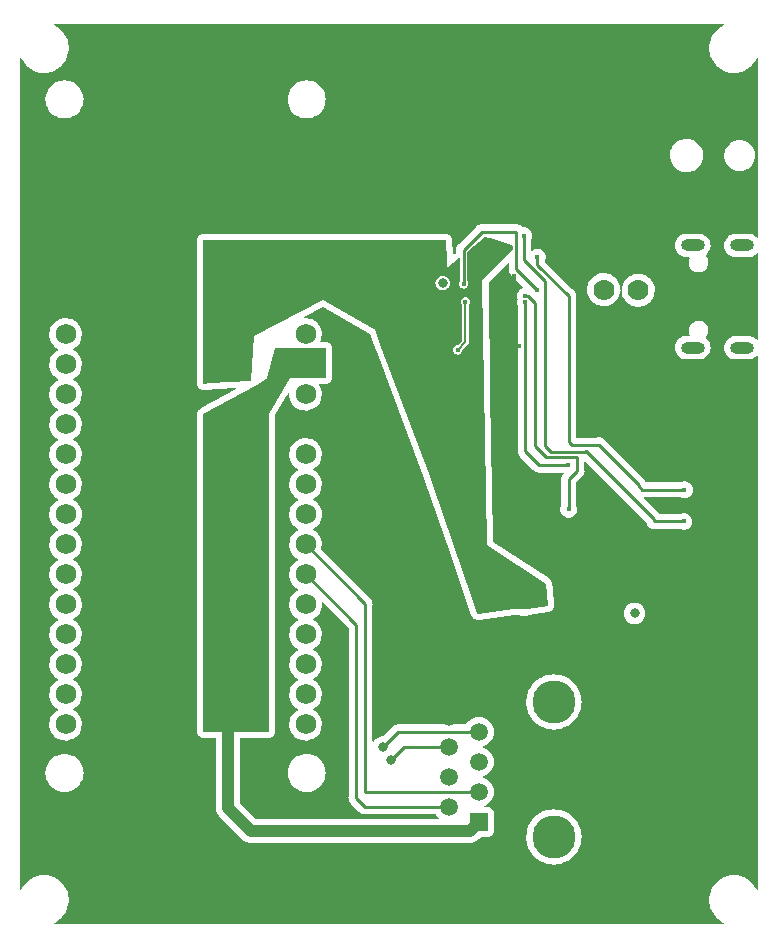
<source format=gbr>
%TF.GenerationSoftware,KiCad,Pcbnew,(6.0.8)*%
%TF.CreationDate,2023-04-21T18:27:59-07:00*%
%TF.ProjectId,Capstone_PCB,43617073-746f-46e6-955f-5043422e6b69,rev?*%
%TF.SameCoordinates,Original*%
%TF.FileFunction,Copper,L2,Bot*%
%TF.FilePolarity,Positive*%
%FSLAX46Y46*%
G04 Gerber Fmt 4.6, Leading zero omitted, Abs format (unit mm)*
G04 Created by KiCad (PCBNEW (6.0.8)) date 2023-04-21 18:27:59*
%MOMM*%
%LPD*%
G01*
G04 APERTURE LIST*
%TA.AperFunction,WasherPad*%
%ADD10C,3.650000*%
%TD*%
%TA.AperFunction,ComponentPad*%
%ADD11R,1.500000X1.500000*%
%TD*%
%TA.AperFunction,ComponentPad*%
%ADD12C,1.500000*%
%TD*%
%TA.AperFunction,ComponentPad*%
%ADD13C,1.778000*%
%TD*%
%TA.AperFunction,ComponentPad*%
%ADD14C,1.727200*%
%TD*%
%TA.AperFunction,ComponentPad*%
%ADD15R,1.727200X1.727200*%
%TD*%
%TA.AperFunction,ComponentPad*%
%ADD16O,2.000000X1.000000*%
%TD*%
%TA.AperFunction,ViaPad*%
%ADD17C,0.400000*%
%TD*%
%TA.AperFunction,ViaPad*%
%ADD18C,0.800000*%
%TD*%
%TA.AperFunction,ViaPad*%
%ADD19C,0.900000*%
%TD*%
%TA.AperFunction,Conductor*%
%ADD20C,0.250000*%
%TD*%
%TA.AperFunction,Conductor*%
%ADD21C,1.000000*%
%TD*%
%TA.AperFunction,Conductor*%
%ADD22C,0.200000*%
%TD*%
G04 APERTURE END LIST*
D10*
%TO.P,J1,*%
%TO.N,*%
X160012000Y-112522000D03*
X160012000Y-101092000D03*
D11*
%TO.P,J1,1*%
%TO.N,/OUT*%
X153662000Y-111252000D03*
D12*
%TO.P,J1,2*%
%TO.N,/SDA*%
X151122000Y-109982000D03*
%TO.P,J1,3*%
%TO.N,/SCL*%
X153662000Y-108712000D03*
%TO.P,J1,4*%
%TO.N,/D3*%
X151122000Y-107442000D03*
%TO.P,J1,5*%
%TO.N,/D4*%
X153662000Y-106172000D03*
%TO.P,J1,6*%
%TO.N,/A1*%
X151122000Y-104902000D03*
%TO.P,J1,7*%
%TO.N,/A0*%
X153662000Y-103632000D03*
%TO.P,J1,8*%
%TO.N,GND*%
X151122000Y-102362000D03*
%TD*%
D13*
%TO.P,,1*%
%TO.N,/D+*%
X167149800Y-66229600D03*
%TD*%
D14*
%TO.P,,A2,A2*%
%TO.N,/OUT*%
X132400000Y-102322000D03*
%TD*%
%TO.P,,A2,A2*%
%TO.N,/OUT*%
X132400000Y-72416730D03*
%TD*%
D13*
%TO.P,,1*%
%TO.N,/D-*%
X164228800Y-66178800D03*
%TD*%
D14*
%TO.P,XA1,3V3,3.3V*%
%TO.N,/+3.3V*%
X138986000Y-75045800D03*
%TO.P,XA1,5V,5V*%
%TO.N,/+5V*%
X138986000Y-69965800D03*
%TO.P,XA1,A0,A0/DAC*%
%TO.N,/A0*%
X118666000Y-72505800D03*
%TO.P,XA1,A1,A1*%
%TO.N,/A1*%
X118666000Y-75045800D03*
%TO.P,XA1,A2,A2*%
%TO.N,unconnected-(XA1-PadA2)*%
X118666000Y-77585800D03*
%TO.P,XA1,A3,A3*%
%TO.N,unconnected-(XA1-PadA3)*%
X118666000Y-80125800D03*
%TO.P,XA1,A4,A4*%
%TO.N,unconnected-(XA1-PadA4)*%
X118666000Y-82665800D03*
%TO.P,XA1,A5,A5*%
%TO.N,unconnected-(XA1-PadA5)*%
X118666000Y-85205800D03*
%TO.P,XA1,A6,A6*%
%TO.N,unconnected-(XA1-PadA6)*%
X118666000Y-87745800D03*
%TO.P,XA1,AREF,AREF*%
%TO.N,unconnected-(XA1-PadAREF)*%
X118666000Y-69965800D03*
%TO.P,XA1,D0,D0*%
%TO.N,unconnected-(XA1-PadD0)*%
X118666000Y-90285800D03*
%TO.P,XA1,D1,D1*%
%TO.N,/D1*%
X118666000Y-92825800D03*
%TO.P,XA1,D2,D2*%
%TO.N,/D2*%
X118666000Y-95365800D03*
%TO.P,XA1,D3,D3*%
%TO.N,/D3*%
X118666000Y-97905800D03*
%TO.P,XA1,D4,D4*%
%TO.N,/D4*%
X118666000Y-100445800D03*
%TO.P,XA1,D5,D5*%
%TO.N,unconnected-(XA1-PadD5)*%
X118666000Y-102985800D03*
%TO.P,XA1,D6,D6*%
%TO.N,unconnected-(XA1-PadD6)*%
X138986000Y-102985800D03*
%TO.P,XA1,D7,D7*%
%TO.N,unconnected-(XA1-PadD7)*%
X138986000Y-100445800D03*
%TO.P,XA1,D8,D8_MOSI*%
%TO.N,/COPI*%
X138986000Y-97905800D03*
%TO.P,XA1,D9,D9_SCK*%
%TO.N,/SCK*%
X138986000Y-95365800D03*
%TO.P,XA1,D10,D10_MISO*%
%TO.N,/CIPO*%
X138986000Y-92825800D03*
%TO.P,XA1,D11,D11_SDA*%
%TO.N,/SDA*%
X138986000Y-90285800D03*
%TO.P,XA1,D12,D12_SCL*%
%TO.N,/SCL*%
X138986000Y-87745800D03*
%TO.P,XA1,D13,D13_RX*%
%TO.N,unconnected-(XA1-PadD13)*%
X138986000Y-85205800D03*
%TO.P,XA1,D14,D14_TX*%
%TO.N,unconnected-(XA1-PadD14)*%
X138986000Y-82665800D03*
D15*
%TO.P,XA1,GND,GND*%
%TO.N,GND*%
X138986000Y-77585800D03*
D14*
%TO.P,XA1,RST,RESET*%
%TO.N,unconnected-(XA1-PadRST)*%
X138986000Y-80125800D03*
%TO.P,XA1,VIN,VIN*%
%TO.N,/OUT*%
X138986000Y-72505800D03*
%TD*%
%TO.P,,A2,A2*%
%TO.N,GND*%
X125400000Y-72416730D03*
%TD*%
%TO.P,,A2,A2*%
%TO.N,GND*%
X125400000Y-102322000D03*
%TD*%
D16*
%TO.P,X1,M1*%
%TO.N,N/C*%
X171759000Y-71083000D03*
%TO.P,X1,M2*%
X171759000Y-62443000D03*
%TO.P,X1,M3*%
X175939000Y-71083000D03*
%TO.P,X1,M4*%
X175939000Y-62443000D03*
%TD*%
D17*
%TO.N,/VIN*%
X158615400Y-66255000D03*
X152367000Y-65696200D03*
D18*
%TO.N,GND*%
X164863800Y-86879800D03*
X164860423Y-86873047D03*
X168521400Y-71284200D03*
X147490200Y-80733000D03*
X170655000Y-74586200D03*
X162052000Y-60198000D03*
D19*
X175633400Y-52386600D03*
D18*
X174312600Y-76262600D03*
X167810200Y-55129800D03*
X150589000Y-65645400D03*
X166438600Y-89165800D03*
X164152600Y-82815800D03*
X171772600Y-84441400D03*
X155923000Y-83273000D03*
X155110200Y-66432800D03*
X170451800Y-52285000D03*
X155364200Y-77481800D03*
X145846800Y-76911200D03*
D17*
X156674322Y-65055678D03*
X157050000Y-70950000D03*
D18*
X175582600Y-57873000D03*
X146507200Y-81686400D03*
X170807400Y-89775400D03*
X170350200Y-58127000D03*
%TO.N,/OUT*%
X166845000Y-93585400D03*
X157091400Y-92163000D03*
X157091400Y-91197800D03*
D17*
X155669000Y-62953000D03*
X154907000Y-62953000D03*
D18*
X158310600Y-92264600D03*
X158259800Y-91197800D03*
D17*
X155669000Y-62445000D03*
X154907000Y-62445000D03*
%TO.N,/EN1*%
X157599400Y-66712200D03*
X161257000Y-84797000D03*
%TO.N,/EN2*%
X161206200Y-81037800D03*
X157599400Y-67271000D03*
%TO.N,/ISET*%
X151859000Y-71284200D03*
X152519400Y-67220200D03*
%TO.N,Net-(D2-Pad1)*%
X171010600Y-85813000D03*
X157480000Y-61610000D03*
%TO.N,Net-(D3-Pad1)*%
X158610000Y-63450000D03*
X171061400Y-83120600D03*
D18*
%TO.N,/A1*%
X146177000Y-106045000D03*
%TO.N,/A0*%
X145542000Y-104902000D03*
%TD*%
D20*
%TO.N,/VIN*%
X156837400Y-61276600D02*
X153891000Y-61276600D01*
X152367000Y-62800600D02*
X152367000Y-65696200D01*
X158615400Y-66255000D02*
X156837400Y-64477000D01*
X153891000Y-61276600D02*
X152367000Y-62800600D01*
X156837400Y-64477000D02*
X156837400Y-61276600D01*
%TO.N,GND*%
X156674322Y-70584322D02*
X157010000Y-70920000D01*
X156674322Y-65055678D02*
X156674322Y-70584322D01*
D21*
%TO.N,/OUT*%
X132400000Y-102322000D02*
X132400000Y-110048000D01*
X134366000Y-112014000D02*
X152900000Y-112014000D01*
X152900000Y-112014000D02*
X153662000Y-111252000D01*
X132400000Y-110048000D02*
X134366000Y-112014000D01*
D20*
%TO.N,/EN1*%
X161968200Y-80377400D02*
X161968200Y-81545800D01*
X157783063Y-66712200D02*
X158412200Y-67341337D01*
X159326600Y-80377400D02*
X161968200Y-80377400D01*
X157599400Y-66712200D02*
X157783063Y-66712200D01*
X158412200Y-67341337D02*
X158412200Y-79463000D01*
X158412200Y-79463000D02*
X159326600Y-80377400D01*
X161257000Y-82257000D02*
X161257000Y-84797000D01*
X161968200Y-81545800D02*
X161257000Y-82257000D01*
%TO.N,/EN2*%
X157599400Y-67271000D02*
X157599400Y-79869400D01*
X157599400Y-79869400D02*
X158767800Y-81037800D01*
X158767800Y-81037800D02*
X161206200Y-81037800D01*
D22*
%TO.N,/ISET*%
X152519400Y-67220200D02*
X152519400Y-70623800D01*
X152519400Y-70623800D02*
X151859000Y-71284200D01*
D20*
%TO.N,Net-(D2-Pad1)*%
X168470600Y-85609800D02*
X168470600Y-85813000D01*
X157447000Y-61643000D02*
X157480000Y-61610000D01*
X159733000Y-79920200D02*
X162679400Y-79920200D01*
X159275800Y-65473463D02*
X159275800Y-79463000D01*
X162730200Y-79869400D02*
X168470600Y-85609800D01*
X157447000Y-63644663D02*
X159275800Y-65473463D01*
X157447000Y-63644663D02*
X157447000Y-61643000D01*
X159275800Y-79463000D02*
X159733000Y-79920200D01*
X162679400Y-79920200D02*
X162730200Y-79869400D01*
X168470600Y-85813000D02*
X171010600Y-85813000D01*
%TO.N,Net-(D3-Pad1)*%
X158610000Y-63450000D02*
X158610000Y-64065200D01*
X167505400Y-83120600D02*
X171010600Y-83120600D01*
X167200600Y-82815800D02*
X167505400Y-83120600D01*
X163746200Y-79361400D02*
X163797000Y-79310600D01*
X161257000Y-66712200D02*
X161257000Y-79056600D01*
X161257000Y-79056600D02*
X161561800Y-79361400D01*
X158610000Y-64065200D02*
X161257000Y-66712200D01*
X167200600Y-82714200D02*
X167200600Y-82815800D01*
X161561800Y-79361400D02*
X163746200Y-79361400D01*
X163797000Y-79310600D02*
X167200600Y-82714200D01*
%TO.N,/SDA*%
X143256000Y-109220000D02*
X144018000Y-109982000D01*
X144018000Y-109982000D02*
X151122000Y-109982000D01*
X143256000Y-94555800D02*
X143256000Y-109220000D01*
X138986000Y-90285800D02*
X143256000Y-94555800D01*
%TO.N,/SCL*%
X144018000Y-108712000D02*
X153662000Y-108712000D01*
X138986000Y-87745800D02*
X144018000Y-92777800D01*
X144018000Y-92777800D02*
X144018000Y-108712000D01*
%TO.N,/A1*%
X151122000Y-104902000D02*
X147320000Y-104902000D01*
X146177000Y-106045000D02*
X146050000Y-106172000D01*
X147320000Y-104902000D02*
X146177000Y-106045000D01*
%TO.N,/A0*%
X146812000Y-103632000D02*
X145542000Y-104902000D01*
X153662000Y-103632000D02*
X146812000Y-103632000D01*
%TD*%
%TA.AperFunction,Conductor*%
%TO.N,GND*%
G36*
X174385528Y-43706806D02*
G01*
X174403834Y-43751000D01*
X174385528Y-43795194D01*
X174370000Y-43806539D01*
X174165188Y-43912250D01*
X174163453Y-43913469D01*
X174163447Y-43913473D01*
X174146968Y-43925055D01*
X173929977Y-44077559D01*
X173928427Y-44079000D01*
X173928425Y-44079001D01*
X173720940Y-44271808D01*
X173720936Y-44271812D01*
X173719378Y-44273260D01*
X173718031Y-44274905D01*
X173718026Y-44274911D01*
X173614371Y-44401554D01*
X173537287Y-44495732D01*
X173387073Y-44740858D01*
X173271517Y-45004102D01*
X173192756Y-45280594D01*
X173192457Y-45282696D01*
X173192456Y-45282700D01*
X173189672Y-45302266D01*
X173152249Y-45565216D01*
X173150743Y-45852703D01*
X173188268Y-46137734D01*
X173188830Y-46139789D01*
X173188831Y-46139793D01*
X173263566Y-46412980D01*
X173263569Y-46412987D01*
X173264129Y-46415036D01*
X173376923Y-46679476D01*
X173524561Y-46926161D01*
X173525891Y-46927821D01*
X173525893Y-46927824D01*
X173702984Y-47148870D01*
X173702989Y-47148876D01*
X173704313Y-47150528D01*
X173912851Y-47348423D01*
X174146317Y-47516186D01*
X174148192Y-47517179D01*
X174148194Y-47517180D01*
X174169995Y-47528723D01*
X174400392Y-47650712D01*
X174670373Y-47749511D01*
X174672459Y-47749966D01*
X174672463Y-47749967D01*
X174949185Y-47810302D01*
X174949189Y-47810303D01*
X174951264Y-47810755D01*
X174953382Y-47810922D01*
X174953384Y-47810922D01*
X175175500Y-47828403D01*
X175175513Y-47828404D01*
X175176739Y-47828500D01*
X175332271Y-47828500D01*
X175333336Y-47828427D01*
X175333348Y-47828427D01*
X175544690Y-47814019D01*
X175544697Y-47814018D01*
X175546825Y-47813873D01*
X175548918Y-47813440D01*
X175548922Y-47813439D01*
X175826258Y-47756006D01*
X175826264Y-47756004D01*
X175828342Y-47755574D01*
X175830341Y-47754866D01*
X175830345Y-47754865D01*
X176097342Y-47660316D01*
X176097347Y-47660314D01*
X176099343Y-47659607D01*
X176354812Y-47527750D01*
X176356547Y-47526531D01*
X176356553Y-47526527D01*
X176588289Y-47363660D01*
X176588292Y-47363658D01*
X176590023Y-47362441D01*
X176591575Y-47360999D01*
X176799060Y-47168192D01*
X176799064Y-47168188D01*
X176800622Y-47166740D01*
X176801969Y-47165095D01*
X176801974Y-47165089D01*
X176981362Y-46945918D01*
X176982713Y-46944268D01*
X177132927Y-46699142D01*
X177171771Y-46610653D01*
X177206297Y-46577544D01*
X177254122Y-46578546D01*
X177287231Y-46613072D01*
X177291500Y-46635775D01*
X177291500Y-61716278D01*
X177273194Y-61760472D01*
X177229000Y-61778778D01*
X177184806Y-61760472D01*
X177180291Y-61755441D01*
X177164947Y-61736357D01*
X177163032Y-61733975D01*
X177011526Y-61606846D01*
X176838213Y-61511567D01*
X176649694Y-61451765D01*
X176646656Y-61451424D01*
X176646655Y-61451424D01*
X176601080Y-61446312D01*
X176495773Y-61434500D01*
X175389231Y-61434500D01*
X175242167Y-61448920D01*
X175052831Y-61506084D01*
X174971770Y-61549184D01*
X174880902Y-61597499D01*
X174880899Y-61597501D01*
X174878204Y-61598934D01*
X174724938Y-61723935D01*
X174722989Y-61726291D01*
X174627916Y-61841215D01*
X174598870Y-61876325D01*
X174597419Y-61879009D01*
X174597416Y-61879013D01*
X174558855Y-61950330D01*
X174504802Y-62050299D01*
X174446318Y-62239232D01*
X174425645Y-62435925D01*
X174425921Y-62438958D01*
X174425921Y-62438962D01*
X174427436Y-62455607D01*
X174443570Y-62632888D01*
X174499410Y-62822619D01*
X174591040Y-62997890D01*
X174714968Y-63152025D01*
X174866474Y-63279154D01*
X175039787Y-63374433D01*
X175228306Y-63434235D01*
X175231344Y-63434576D01*
X175231345Y-63434576D01*
X175256326Y-63437378D01*
X175382227Y-63451500D01*
X176488769Y-63451500D01*
X176635833Y-63437080D01*
X176825169Y-63379916D01*
X176906230Y-63336816D01*
X176997098Y-63288501D01*
X176997101Y-63288499D01*
X176999796Y-63287066D01*
X177153062Y-63162065D01*
X177155012Y-63159708D01*
X177180843Y-63128484D01*
X177223119Y-63106100D01*
X177268839Y-63120166D01*
X177291223Y-63162442D01*
X177291500Y-63168323D01*
X177291500Y-70356278D01*
X177273194Y-70400472D01*
X177229000Y-70418778D01*
X177184806Y-70400472D01*
X177180291Y-70395441D01*
X177167793Y-70379897D01*
X177163032Y-70373975D01*
X177011526Y-70246846D01*
X176838213Y-70151567D01*
X176649694Y-70091765D01*
X176646656Y-70091424D01*
X176646655Y-70091424D01*
X176601080Y-70086312D01*
X176495773Y-70074500D01*
X175389231Y-70074500D01*
X175242167Y-70088920D01*
X175052831Y-70146084D01*
X175026817Y-70159916D01*
X174880902Y-70237499D01*
X174880899Y-70237501D01*
X174878204Y-70238934D01*
X174724938Y-70363935D01*
X174722989Y-70366291D01*
X174635014Y-70472635D01*
X174598870Y-70516325D01*
X174597419Y-70519009D01*
X174597416Y-70519013D01*
X174552595Y-70601908D01*
X174504802Y-70690299D01*
X174489889Y-70738475D01*
X174455803Y-70848592D01*
X174446318Y-70879232D01*
X174425645Y-71075925D01*
X174425921Y-71078958D01*
X174425921Y-71078962D01*
X174427254Y-71093610D01*
X174443570Y-71272888D01*
X174499410Y-71462619D01*
X174591040Y-71637890D01*
X174714968Y-71792025D01*
X174866474Y-71919154D01*
X175039787Y-72014433D01*
X175228306Y-72074235D01*
X175231344Y-72074576D01*
X175231345Y-72074576D01*
X175256326Y-72077378D01*
X175382227Y-72091500D01*
X176488769Y-72091500D01*
X176635833Y-72077080D01*
X176677199Y-72064591D01*
X176822241Y-72020800D01*
X176825169Y-72019916D01*
X176906230Y-71976816D01*
X176997098Y-71928501D01*
X176997101Y-71928499D01*
X176999796Y-71927066D01*
X177153062Y-71802065D01*
X177155012Y-71799708D01*
X177180843Y-71768484D01*
X177223119Y-71746100D01*
X177268839Y-71760166D01*
X177291223Y-71802442D01*
X177291500Y-71808323D01*
X177291500Y-116938665D01*
X177273194Y-116982859D01*
X177229000Y-117001165D01*
X177184806Y-116982859D01*
X177171511Y-116963186D01*
X177143911Y-116898480D01*
X177143077Y-116896524D01*
X176995439Y-116649839D01*
X176979611Y-116630082D01*
X176817016Y-116427130D01*
X176817011Y-116427124D01*
X176815687Y-116425472D01*
X176607149Y-116227577D01*
X176373683Y-116059814D01*
X176354153Y-116049473D01*
X176308914Y-116025520D01*
X176119608Y-115925288D01*
X175849627Y-115826489D01*
X175847541Y-115826034D01*
X175847537Y-115826033D01*
X175570815Y-115765698D01*
X175570811Y-115765697D01*
X175568736Y-115765245D01*
X175566618Y-115765078D01*
X175566616Y-115765078D01*
X175344500Y-115747597D01*
X175344487Y-115747596D01*
X175343261Y-115747500D01*
X175187729Y-115747500D01*
X175186664Y-115747573D01*
X175186652Y-115747573D01*
X174975310Y-115761981D01*
X174975303Y-115761982D01*
X174973175Y-115762127D01*
X174971082Y-115762560D01*
X174971078Y-115762561D01*
X174693742Y-115819994D01*
X174693736Y-115819996D01*
X174691658Y-115820426D01*
X174689659Y-115821134D01*
X174689655Y-115821135D01*
X174422658Y-115915684D01*
X174422653Y-115915686D01*
X174420657Y-115916393D01*
X174165188Y-116048250D01*
X174163453Y-116049469D01*
X174163447Y-116049473D01*
X174146968Y-116061055D01*
X173929977Y-116213559D01*
X173928427Y-116215000D01*
X173928425Y-116215001D01*
X173720940Y-116407808D01*
X173720936Y-116407812D01*
X173719378Y-116409260D01*
X173718031Y-116410905D01*
X173718026Y-116410911D01*
X173614371Y-116537554D01*
X173537287Y-116631732D01*
X173387073Y-116876858D01*
X173271517Y-117140102D01*
X173192756Y-117416594D01*
X173192457Y-117418696D01*
X173192456Y-117418700D01*
X173189672Y-117438266D01*
X173152249Y-117701216D01*
X173150743Y-117988703D01*
X173188268Y-118273734D01*
X173188830Y-118275789D01*
X173188831Y-118275793D01*
X173263566Y-118548980D01*
X173263569Y-118548987D01*
X173264129Y-118551036D01*
X173376923Y-118815476D01*
X173524561Y-119062161D01*
X173525891Y-119063821D01*
X173525893Y-119063824D01*
X173702984Y-119284870D01*
X173702989Y-119284876D01*
X173704313Y-119286528D01*
X173912851Y-119484423D01*
X174146317Y-119652186D01*
X174148192Y-119653179D01*
X174148194Y-119653180D01*
X174368385Y-119769765D01*
X174398876Y-119806622D01*
X174394374Y-119854246D01*
X174357517Y-119884737D01*
X174339139Y-119887500D01*
X117758666Y-119887500D01*
X117714472Y-119869194D01*
X117696166Y-119825000D01*
X117714472Y-119780806D01*
X117730000Y-119769461D01*
X117932927Y-119664723D01*
X117932928Y-119664722D01*
X117934812Y-119663750D01*
X117936547Y-119662531D01*
X117936553Y-119662527D01*
X118168289Y-119499660D01*
X118168292Y-119499658D01*
X118170023Y-119498441D01*
X118171575Y-119496999D01*
X118379060Y-119304192D01*
X118379064Y-119304188D01*
X118380622Y-119302740D01*
X118381969Y-119301095D01*
X118381974Y-119301089D01*
X118561362Y-119081918D01*
X118562713Y-119080268D01*
X118712927Y-118835142D01*
X118828483Y-118571898D01*
X118907244Y-118295406D01*
X118907544Y-118293300D01*
X118947451Y-118012894D01*
X118947451Y-118012890D01*
X118947751Y-118010784D01*
X118949257Y-117723297D01*
X118911732Y-117438266D01*
X118911169Y-117436207D01*
X118836434Y-117163020D01*
X118836431Y-117163013D01*
X118835871Y-117160964D01*
X118723077Y-116896524D01*
X118575439Y-116649839D01*
X118559611Y-116630082D01*
X118397016Y-116427130D01*
X118397011Y-116427124D01*
X118395687Y-116425472D01*
X118187149Y-116227577D01*
X117953683Y-116059814D01*
X117934153Y-116049473D01*
X117888914Y-116025520D01*
X117699608Y-115925288D01*
X117429627Y-115826489D01*
X117427541Y-115826034D01*
X117427537Y-115826033D01*
X117150815Y-115765698D01*
X117150811Y-115765697D01*
X117148736Y-115765245D01*
X117146618Y-115765078D01*
X117146616Y-115765078D01*
X116924500Y-115747597D01*
X116924487Y-115747596D01*
X116923261Y-115747500D01*
X116767729Y-115747500D01*
X116766664Y-115747573D01*
X116766652Y-115747573D01*
X116555310Y-115761981D01*
X116555303Y-115761982D01*
X116553175Y-115762127D01*
X116551082Y-115762560D01*
X116551078Y-115762561D01*
X116273742Y-115819994D01*
X116273736Y-115819996D01*
X116271658Y-115820426D01*
X116269659Y-115821134D01*
X116269655Y-115821135D01*
X116002658Y-115915684D01*
X116002653Y-115915686D01*
X116000657Y-115916393D01*
X115745188Y-116048250D01*
X115743453Y-116049469D01*
X115743447Y-116049473D01*
X115726968Y-116061055D01*
X115509977Y-116213559D01*
X115508427Y-116215000D01*
X115508425Y-116215001D01*
X115300940Y-116407808D01*
X115300936Y-116407812D01*
X115299378Y-116409260D01*
X115298031Y-116410905D01*
X115298026Y-116410911D01*
X115194371Y-116537554D01*
X115117287Y-116631732D01*
X114967073Y-116876858D01*
X114957582Y-116898480D01*
X114928229Y-116965347D01*
X114893703Y-116998456D01*
X114845878Y-116997454D01*
X114812769Y-116962928D01*
X114808500Y-116940225D01*
X114808500Y-107081000D01*
X116962526Y-107081000D01*
X116982391Y-107333403D01*
X117041495Y-107579591D01*
X117042437Y-107581865D01*
X117137441Y-107811227D01*
X117137445Y-107811234D01*
X117138384Y-107813502D01*
X117139669Y-107815598D01*
X117139670Y-107815601D01*
X117262475Y-108016000D01*
X117270672Y-108029376D01*
X117272265Y-108031241D01*
X117272267Y-108031244D01*
X117316316Y-108082818D01*
X117435102Y-108221898D01*
X117436966Y-108223490D01*
X117625756Y-108384733D01*
X117625759Y-108384735D01*
X117627624Y-108386328D01*
X117629717Y-108387611D01*
X117629719Y-108387612D01*
X117805527Y-108495347D01*
X117843498Y-108518616D01*
X117845766Y-108519555D01*
X117845773Y-108519559D01*
X118050673Y-108604431D01*
X118077409Y-108615505D01*
X118323597Y-108674609D01*
X118381134Y-108679137D01*
X118511562Y-108689403D01*
X118511575Y-108689404D01*
X118512801Y-108689500D01*
X118639199Y-108689500D01*
X118640425Y-108689404D01*
X118640438Y-108689403D01*
X118770866Y-108679137D01*
X118828403Y-108674609D01*
X119074591Y-108615505D01*
X119101327Y-108604431D01*
X119306227Y-108519559D01*
X119306234Y-108519555D01*
X119308502Y-108518616D01*
X119346474Y-108495347D01*
X119522281Y-108387612D01*
X119522283Y-108387611D01*
X119524376Y-108386328D01*
X119526241Y-108384735D01*
X119526244Y-108384733D01*
X119715034Y-108223490D01*
X119716898Y-108221898D01*
X119835684Y-108082818D01*
X119879733Y-108031244D01*
X119879735Y-108031241D01*
X119881328Y-108029376D01*
X119889525Y-108016000D01*
X120012330Y-107815601D01*
X120012331Y-107815598D01*
X120013616Y-107813502D01*
X120014555Y-107811234D01*
X120014559Y-107811227D01*
X120109563Y-107581865D01*
X120110505Y-107579591D01*
X120169609Y-107333403D01*
X120189474Y-107081000D01*
X120169609Y-106828597D01*
X120110505Y-106582409D01*
X120065705Y-106474251D01*
X120014559Y-106350773D01*
X120014555Y-106350766D01*
X120013616Y-106348498D01*
X119956954Y-106256033D01*
X119882612Y-106134719D01*
X119882611Y-106134717D01*
X119881328Y-106132624D01*
X119868730Y-106117873D01*
X119718490Y-105941966D01*
X119716898Y-105940102D01*
X119632261Y-105867815D01*
X119526244Y-105777267D01*
X119526241Y-105777265D01*
X119524376Y-105775672D01*
X119391834Y-105694450D01*
X119310601Y-105644670D01*
X119310598Y-105644669D01*
X119308502Y-105643384D01*
X119306234Y-105642445D01*
X119306227Y-105642441D01*
X119076865Y-105547437D01*
X119076866Y-105547437D01*
X119074591Y-105546495D01*
X118828403Y-105487391D01*
X118770866Y-105482863D01*
X118640438Y-105472597D01*
X118640425Y-105472596D01*
X118639199Y-105472500D01*
X118512801Y-105472500D01*
X118511575Y-105472596D01*
X118511562Y-105472597D01*
X118381134Y-105482863D01*
X118323597Y-105487391D01*
X118077409Y-105546495D01*
X118075134Y-105547437D01*
X118075135Y-105547437D01*
X117845773Y-105642441D01*
X117845766Y-105642445D01*
X117843498Y-105643384D01*
X117841402Y-105644669D01*
X117841399Y-105644670D01*
X117760166Y-105694450D01*
X117627624Y-105775672D01*
X117625759Y-105777265D01*
X117625756Y-105777267D01*
X117519739Y-105867815D01*
X117435102Y-105940102D01*
X117433510Y-105941966D01*
X117283271Y-106117873D01*
X117270672Y-106132624D01*
X117269389Y-106134717D01*
X117269388Y-106134719D01*
X117195047Y-106256033D01*
X117138384Y-106348498D01*
X117137445Y-106350766D01*
X117137441Y-106350773D01*
X117086295Y-106474251D01*
X117041495Y-106582409D01*
X116982391Y-106828597D01*
X116962526Y-107081000D01*
X114808500Y-107081000D01*
X114808500Y-102952162D01*
X117289609Y-102952162D01*
X117295760Y-103058838D01*
X117299717Y-103127458D01*
X117302597Y-103177414D01*
X117352200Y-103397520D01*
X117437086Y-103606569D01*
X117438428Y-103608759D01*
X117438429Y-103608761D01*
X117449835Y-103627374D01*
X117554975Y-103798947D01*
X117556652Y-103800883D01*
X117556655Y-103800887D01*
X117650664Y-103909413D01*
X117702702Y-103969487D01*
X117704681Y-103971130D01*
X117871409Y-104109550D01*
X117876299Y-104113610D01*
X117878512Y-104114903D01*
X117878516Y-104114906D01*
X118067887Y-104225566D01*
X118071103Y-104227445D01*
X118073498Y-104228360D01*
X118073501Y-104228361D01*
X118178396Y-104268416D01*
X118281884Y-104307934D01*
X118284395Y-104308445D01*
X118284399Y-104308446D01*
X118500468Y-104352406D01*
X118500471Y-104352406D01*
X118502981Y-104352917D01*
X118505541Y-104353011D01*
X118505542Y-104353011D01*
X118725886Y-104361091D01*
X118725889Y-104361091D01*
X118728456Y-104361185D01*
X118731009Y-104360858D01*
X118949704Y-104332843D01*
X118949710Y-104332842D01*
X118952253Y-104332516D01*
X118954713Y-104331778D01*
X119165911Y-104268416D01*
X119165915Y-104268414D01*
X119168363Y-104267680D01*
X119170659Y-104266555D01*
X119170662Y-104266554D01*
X119290185Y-104208000D01*
X119370982Y-104168418D01*
X119485167Y-104086970D01*
X119552580Y-104038885D01*
X119552583Y-104038883D01*
X119554667Y-104037396D01*
X119714487Y-103878133D01*
X119733718Y-103851371D01*
X119796616Y-103763838D01*
X119846150Y-103694905D01*
X119908129Y-103569500D01*
X129788500Y-103569500D01*
X129791442Y-103624393D01*
X129827589Y-103766010D01*
X129845895Y-103810204D01*
X129898505Y-103906553D01*
X129998099Y-104013525D01*
X130123796Y-104088105D01*
X130167990Y-104106411D01*
X130168759Y-104106682D01*
X130168766Y-104106685D01*
X130216941Y-104123681D01*
X130216943Y-104123682D01*
X130219830Y-104124700D01*
X130364500Y-104145500D01*
X131329000Y-104145500D01*
X131373194Y-104163806D01*
X131391500Y-104208000D01*
X131391500Y-109989600D01*
X131391134Y-109996350D01*
X131386676Y-110037388D01*
X131386943Y-110040440D01*
X131391262Y-110089808D01*
X131391500Y-110095255D01*
X131391500Y-110097769D01*
X131395736Y-110140972D01*
X131395778Y-110141431D01*
X131403913Y-110234413D01*
X131404764Y-110237341D01*
X131405148Y-110239396D01*
X131405153Y-110239431D01*
X131405206Y-110239708D01*
X131405222Y-110239773D01*
X131405622Y-110241792D01*
X131405920Y-110244833D01*
X131406802Y-110247754D01*
X131432890Y-110334163D01*
X131433063Y-110334751D01*
X131459091Y-110424336D01*
X131460500Y-110427054D01*
X131461266Y-110428969D01*
X131461289Y-110429034D01*
X131461395Y-110429294D01*
X131461413Y-110429334D01*
X131462203Y-110431251D01*
X131463084Y-110434169D01*
X131464514Y-110436858D01*
X131464515Y-110436861D01*
X131480152Y-110466270D01*
X131505063Y-110513121D01*
X131506899Y-110516575D01*
X131507197Y-110517144D01*
X131550108Y-110599926D01*
X131552015Y-110602314D01*
X131553142Y-110604051D01*
X131553175Y-110604106D01*
X131553321Y-110604328D01*
X131553350Y-110604369D01*
X131554501Y-110606101D01*
X131555934Y-110608796D01*
X131565251Y-110620220D01*
X131614916Y-110681115D01*
X131615327Y-110681625D01*
X131646738Y-110720973D01*
X131648214Y-110722449D01*
X131652454Y-110727141D01*
X131680935Y-110762062D01*
X131683291Y-110764011D01*
X131718567Y-110793194D01*
X131722922Y-110797157D01*
X133611578Y-112685812D01*
X133616093Y-112690843D01*
X133641968Y-112723025D01*
X133644311Y-112724991D01*
X133682286Y-112756856D01*
X133686306Y-112760540D01*
X133688075Y-112762309D01*
X133689249Y-112763273D01*
X133689253Y-112763277D01*
X133721456Y-112789729D01*
X133721935Y-112790126D01*
X133793474Y-112850154D01*
X133796157Y-112851629D01*
X133797868Y-112852801D01*
X133797919Y-112852839D01*
X133798129Y-112852982D01*
X133798177Y-112853011D01*
X133799902Y-112854166D01*
X133802261Y-112856103D01*
X133804949Y-112857544D01*
X133804950Y-112857545D01*
X133884499Y-112900198D01*
X133884955Y-112900446D01*
X133966787Y-112945433D01*
X133969698Y-112946356D01*
X133971612Y-112947177D01*
X133971653Y-112947197D01*
X133971909Y-112947305D01*
X133971971Y-112947328D01*
X133973874Y-112948120D01*
X133976563Y-112949562D01*
X133996848Y-112955764D01*
X134065836Y-112976857D01*
X134066344Y-112977015D01*
X134155306Y-113005235D01*
X134158343Y-113005576D01*
X134160365Y-113006006D01*
X134160432Y-113006023D01*
X134160676Y-113006074D01*
X134160727Y-113006082D01*
X134162777Y-113006495D01*
X134165698Y-113007388D01*
X134168738Y-113007697D01*
X134168739Y-113007697D01*
X134231384Y-113014060D01*
X134258617Y-113016826D01*
X134259247Y-113016894D01*
X134309227Y-113022500D01*
X134311311Y-113022500D01*
X134317627Y-113022820D01*
X134359417Y-113027065D01*
X134359420Y-113027065D01*
X134362462Y-113027374D01*
X134411091Y-113022777D01*
X134416974Y-113022500D01*
X152841600Y-113022500D01*
X152848350Y-113022866D01*
X152889388Y-113027324D01*
X152892440Y-113027057D01*
X152941808Y-113022738D01*
X152947255Y-113022500D01*
X152949769Y-113022500D01*
X152951285Y-113022351D01*
X152951292Y-113022351D01*
X152967055Y-113020805D01*
X152992972Y-113018264D01*
X152993431Y-113018222D01*
X153086413Y-113010087D01*
X153089341Y-113009236D01*
X153091396Y-113008852D01*
X153091431Y-113008847D01*
X153091708Y-113008794D01*
X153091773Y-113008778D01*
X153093792Y-113008378D01*
X153096833Y-113008080D01*
X153186189Y-112981102D01*
X153186751Y-112980937D01*
X153222959Y-112970417D01*
X153273394Y-112955764D01*
X153273396Y-112955763D01*
X153276336Y-112954909D01*
X153279054Y-112953500D01*
X153280969Y-112952734D01*
X153281034Y-112952711D01*
X153281294Y-112952605D01*
X153281334Y-112952587D01*
X153283251Y-112951797D01*
X153286169Y-112950916D01*
X153288858Y-112949486D01*
X153288861Y-112949485D01*
X153368575Y-112907101D01*
X153369153Y-112906798D01*
X153381648Y-112900321D01*
X153451926Y-112863892D01*
X153454314Y-112861985D01*
X153456051Y-112860858D01*
X153456106Y-112860825D01*
X153456328Y-112860679D01*
X153456369Y-112860650D01*
X153458101Y-112859499D01*
X153460796Y-112858066D01*
X153533115Y-112799084D01*
X153533625Y-112798673D01*
X153571599Y-112768359D01*
X153571601Y-112768357D01*
X153572973Y-112767262D01*
X153574449Y-112765786D01*
X153579141Y-112761546D01*
X153611693Y-112734997D01*
X153614062Y-112733065D01*
X153645194Y-112695433D01*
X153649157Y-112691078D01*
X153811429Y-112528806D01*
X153827860Y-112522000D01*
X157673493Y-112522000D01*
X157673627Y-112524044D01*
X157691041Y-112789729D01*
X157693499Y-112827236D01*
X157753176Y-113127250D01*
X157851501Y-113416908D01*
X157986794Y-113691253D01*
X158156738Y-113945593D01*
X158358426Y-114175574D01*
X158588407Y-114377262D01*
X158590101Y-114378394D01*
X158590105Y-114378397D01*
X158841051Y-114546074D01*
X158841057Y-114546078D01*
X158842746Y-114547206D01*
X159117092Y-114682499D01*
X159119023Y-114683154D01*
X159119029Y-114683157D01*
X159404817Y-114780168D01*
X159406750Y-114780824D01*
X159706764Y-114840501D01*
X159708798Y-114840634D01*
X159708803Y-114840635D01*
X160009956Y-114860373D01*
X160012000Y-114860507D01*
X160014044Y-114860373D01*
X160315197Y-114840635D01*
X160315202Y-114840634D01*
X160317236Y-114840501D01*
X160617250Y-114780824D01*
X160619183Y-114780168D01*
X160904971Y-114683157D01*
X160904977Y-114683154D01*
X160906908Y-114682499D01*
X161181254Y-114547206D01*
X161182943Y-114546078D01*
X161182949Y-114546074D01*
X161433895Y-114378397D01*
X161433899Y-114378394D01*
X161435593Y-114377262D01*
X161665574Y-114175574D01*
X161867262Y-113945593D01*
X162037206Y-113691253D01*
X162172499Y-113416908D01*
X162270824Y-113127250D01*
X162330501Y-112827236D01*
X162332960Y-112789729D01*
X162350373Y-112524044D01*
X162350507Y-112522000D01*
X162330501Y-112216764D01*
X162270824Y-111916750D01*
X162172499Y-111627092D01*
X162037206Y-111352747D01*
X161867262Y-111098407D01*
X161665574Y-110868426D01*
X161435593Y-110666738D01*
X161433899Y-110665606D01*
X161433895Y-110665603D01*
X161182949Y-110497926D01*
X161182943Y-110497922D01*
X161181254Y-110496794D01*
X160906908Y-110361501D01*
X160904977Y-110360846D01*
X160904971Y-110360843D01*
X160619183Y-110263832D01*
X160619181Y-110263831D01*
X160617250Y-110263176D01*
X160317236Y-110203499D01*
X160315202Y-110203366D01*
X160315197Y-110203365D01*
X160014044Y-110183627D01*
X160012000Y-110183493D01*
X160009956Y-110183627D01*
X159708803Y-110203365D01*
X159708798Y-110203366D01*
X159706764Y-110203499D01*
X159406750Y-110263176D01*
X159117092Y-110361501D01*
X158842747Y-110496794D01*
X158821854Y-110510754D01*
X158590105Y-110665603D01*
X158590101Y-110665606D01*
X158588407Y-110666738D01*
X158358426Y-110868426D01*
X158156738Y-111098407D01*
X157986794Y-111352747D01*
X157851501Y-111627092D01*
X157753176Y-111916750D01*
X157693499Y-112216764D01*
X157673493Y-112522000D01*
X153827860Y-112522000D01*
X153855623Y-112510500D01*
X154460134Y-112510500D01*
X154522316Y-112503745D01*
X154525984Y-112502370D01*
X154654534Y-112454179D01*
X154654536Y-112454178D01*
X154658705Y-112452615D01*
X154775261Y-112365261D01*
X154862615Y-112248705D01*
X154875341Y-112214760D01*
X154912370Y-112115984D01*
X154912370Y-112115983D01*
X154913745Y-112112316D01*
X154920500Y-112050134D01*
X154920500Y-110453866D01*
X154913745Y-110391684D01*
X154902770Y-110362408D01*
X154864179Y-110259466D01*
X154864178Y-110259464D01*
X154862615Y-110255295D01*
X154775261Y-110138739D01*
X154658705Y-110051385D01*
X154654536Y-110049822D01*
X154654534Y-110049821D01*
X154525984Y-110001630D01*
X154525983Y-110001630D01*
X154522316Y-110000255D01*
X154460134Y-109993500D01*
X154173596Y-109993500D01*
X154129402Y-109975194D01*
X154111096Y-109931000D01*
X154129402Y-109886806D01*
X154147183Y-109874356D01*
X154291177Y-109807211D01*
X154293654Y-109806056D01*
X154295885Y-109804494D01*
X154295890Y-109804491D01*
X154471800Y-109681316D01*
X154471799Y-109681316D01*
X154474038Y-109679749D01*
X154629749Y-109524038D01*
X154756056Y-109343653D01*
X154849120Y-109144076D01*
X154906115Y-108931371D01*
X154925307Y-108712000D01*
X154906115Y-108492629D01*
X154905409Y-108489993D01*
X154849827Y-108282561D01*
X154849825Y-108282557D01*
X154849120Y-108279924D01*
X154822805Y-108223490D01*
X154757208Y-108082818D01*
X154756056Y-108080347D01*
X154629749Y-107899962D01*
X154474038Y-107744251D01*
X154454398Y-107730499D01*
X154295890Y-107619509D01*
X154295885Y-107619506D01*
X154293654Y-107617944D01*
X154094076Y-107524880D01*
X154010069Y-107502370D01*
X153972118Y-107473250D01*
X153965875Y-107425824D01*
X153994995Y-107387873D01*
X154010069Y-107381630D01*
X154091434Y-107359828D01*
X154091435Y-107359828D01*
X154094076Y-107359120D01*
X154293654Y-107266056D01*
X154295885Y-107264494D01*
X154295890Y-107264491D01*
X154471800Y-107141316D01*
X154471799Y-107141316D01*
X154474038Y-107139749D01*
X154629749Y-106984038D01*
X154756056Y-106803653D01*
X154849120Y-106604076D01*
X154855051Y-106581944D01*
X154905409Y-106394007D01*
X154905410Y-106394003D01*
X154906115Y-106391371D01*
X154909778Y-106349509D01*
X154925069Y-106174720D01*
X154925307Y-106172000D01*
X154912803Y-106029074D01*
X154906353Y-105955347D01*
X154906353Y-105955345D01*
X154906115Y-105952629D01*
X154903258Y-105941966D01*
X154849827Y-105742561D01*
X154849825Y-105742557D01*
X154849120Y-105739924D01*
X154826396Y-105691191D01*
X154757208Y-105542818D01*
X154756056Y-105540347D01*
X154629749Y-105359962D01*
X154474038Y-105204251D01*
X154454398Y-105190499D01*
X154295890Y-105079509D01*
X154295885Y-105079506D01*
X154293654Y-105077944D01*
X154094076Y-104984880D01*
X154010069Y-104962370D01*
X153972118Y-104933250D01*
X153965875Y-104885824D01*
X153994995Y-104847873D01*
X154010069Y-104841630D01*
X154091434Y-104819828D01*
X154091435Y-104819828D01*
X154094076Y-104819120D01*
X154293654Y-104726056D01*
X154295885Y-104724494D01*
X154295890Y-104724491D01*
X154471800Y-104601316D01*
X154471799Y-104601316D01*
X154474038Y-104599749D01*
X154629749Y-104444038D01*
X154756056Y-104263653D01*
X154826022Y-104113610D01*
X154847967Y-104066549D01*
X154847968Y-104066547D01*
X154849120Y-104064076D01*
X154856277Y-104037369D01*
X154905409Y-103854007D01*
X154905410Y-103854003D01*
X154906115Y-103851371D01*
X154910702Y-103798947D01*
X154925069Y-103634720D01*
X154925307Y-103632000D01*
X154913316Y-103494939D01*
X154906353Y-103415347D01*
X154906353Y-103415345D01*
X154906115Y-103412629D01*
X154902703Y-103399896D01*
X154849827Y-103202561D01*
X154849825Y-103202557D01*
X154849120Y-103199924D01*
X154838624Y-103177414D01*
X154781410Y-103054719D01*
X154756056Y-103000347D01*
X154629749Y-102819962D01*
X154474038Y-102664251D01*
X154454398Y-102650499D01*
X154295890Y-102539509D01*
X154295885Y-102539506D01*
X154293654Y-102537944D01*
X154094076Y-102444880D01*
X154091434Y-102444172D01*
X153884007Y-102388591D01*
X153884003Y-102388590D01*
X153881371Y-102387885D01*
X153878655Y-102387647D01*
X153878653Y-102387647D01*
X153664720Y-102368931D01*
X153662000Y-102368693D01*
X153659280Y-102368931D01*
X153445347Y-102387647D01*
X153445345Y-102387647D01*
X153442629Y-102387885D01*
X153439997Y-102388590D01*
X153439993Y-102388591D01*
X153232561Y-102444173D01*
X153232557Y-102444175D01*
X153229924Y-102444880D01*
X153030347Y-102537944D01*
X152849962Y-102664251D01*
X152694251Y-102819962D01*
X152692684Y-102822200D01*
X152587898Y-102971849D01*
X152547554Y-102997551D01*
X152536701Y-102998500D01*
X146888843Y-102998500D01*
X146879847Y-102997507D01*
X146879845Y-102997526D01*
X146875930Y-102997156D01*
X146872091Y-102996298D01*
X146803899Y-102998442D01*
X146803028Y-102998469D01*
X146801064Y-102998500D01*
X146772144Y-102998500D01*
X146765149Y-102999384D01*
X146759305Y-102999843D01*
X146736927Y-103000547D01*
X146716041Y-103001203D01*
X146716038Y-103001204D01*
X146712110Y-103001327D01*
X146708339Y-103002423D01*
X146708330Y-103002424D01*
X146687858Y-103008372D01*
X146678257Y-103010361D01*
X146669366Y-103011484D01*
X146657103Y-103013033D01*
X146657101Y-103013034D01*
X146653203Y-103013526D01*
X146649551Y-103014972D01*
X146649547Y-103014973D01*
X146609310Y-103030904D01*
X146603743Y-103032810D01*
X146558407Y-103045982D01*
X146555022Y-103047984D01*
X146555017Y-103047986D01*
X146536667Y-103058838D01*
X146527859Y-103063153D01*
X146508041Y-103070999D01*
X146508037Y-103071001D01*
X146504383Y-103072448D01*
X146501203Y-103074759D01*
X146501202Y-103074759D01*
X146466192Y-103100195D01*
X146461271Y-103103427D01*
X146420637Y-103127458D01*
X146402781Y-103145314D01*
X146395324Y-103151684D01*
X146374893Y-103166528D01*
X146372388Y-103169556D01*
X146372386Y-103169558D01*
X146344805Y-103202898D01*
X146340842Y-103207253D01*
X145572901Y-103975194D01*
X145528707Y-103993500D01*
X145446513Y-103993500D01*
X145443306Y-103994182D01*
X145443303Y-103994182D01*
X145262920Y-104032524D01*
X145262919Y-104032524D01*
X145259712Y-104033206D01*
X145085248Y-104110882D01*
X144930747Y-104223134D01*
X144928558Y-104225565D01*
X144928557Y-104225566D01*
X144890638Y-104267680D01*
X144802960Y-104365056D01*
X144801325Y-104367887D01*
X144801319Y-104367896D01*
X144768126Y-104425388D01*
X144730176Y-104454508D01*
X144682750Y-104448264D01*
X144653630Y-104410314D01*
X144651500Y-104394138D01*
X144651500Y-101092000D01*
X157673493Y-101092000D01*
X157673627Y-101094044D01*
X157689489Y-101336050D01*
X157693499Y-101397236D01*
X157753176Y-101697250D01*
X157753831Y-101699181D01*
X157753832Y-101699183D01*
X157794699Y-101819573D01*
X157851501Y-101986908D01*
X157852408Y-101988747D01*
X157930899Y-102147909D01*
X157986794Y-102261253D01*
X157987932Y-102262956D01*
X158151705Y-102508060D01*
X158156738Y-102515593D01*
X158358426Y-102745574D01*
X158588407Y-102947262D01*
X158590101Y-102948394D01*
X158590105Y-102948397D01*
X158841051Y-103116074D01*
X158841057Y-103116078D01*
X158842746Y-103117206D01*
X159117092Y-103252499D01*
X159119023Y-103253154D01*
X159119029Y-103253157D01*
X159404817Y-103350168D01*
X159406750Y-103350824D01*
X159706764Y-103410501D01*
X159708798Y-103410634D01*
X159708803Y-103410635D01*
X160009956Y-103430373D01*
X160012000Y-103430507D01*
X160014044Y-103430373D01*
X160315197Y-103410635D01*
X160315202Y-103410634D01*
X160317236Y-103410501D01*
X160617250Y-103350824D01*
X160619183Y-103350168D01*
X160904971Y-103253157D01*
X160904977Y-103253154D01*
X160906908Y-103252499D01*
X161181254Y-103117206D01*
X161182943Y-103116078D01*
X161182949Y-103116074D01*
X161433895Y-102948397D01*
X161433899Y-102948394D01*
X161435593Y-102947262D01*
X161665574Y-102745574D01*
X161867262Y-102515593D01*
X161872296Y-102508060D01*
X162036068Y-102262956D01*
X162037206Y-102261253D01*
X162093102Y-102147909D01*
X162171592Y-101988747D01*
X162172499Y-101986908D01*
X162229301Y-101819573D01*
X162270168Y-101699183D01*
X162270169Y-101699181D01*
X162270824Y-101697250D01*
X162330501Y-101397236D01*
X162334512Y-101336050D01*
X162350373Y-101094044D01*
X162350507Y-101092000D01*
X162341212Y-100950179D01*
X162330635Y-100788803D01*
X162330634Y-100788798D01*
X162330501Y-100786764D01*
X162270824Y-100486750D01*
X162256924Y-100445800D01*
X162226632Y-100356565D01*
X162172499Y-100197092D01*
X162037206Y-99922747D01*
X161950533Y-99793031D01*
X161868397Y-99670105D01*
X161868394Y-99670101D01*
X161867262Y-99668407D01*
X161665574Y-99438426D01*
X161435593Y-99236738D01*
X161433899Y-99235606D01*
X161433895Y-99235603D01*
X161182949Y-99067926D01*
X161182943Y-99067922D01*
X161181254Y-99066794D01*
X160906908Y-98931501D01*
X160904977Y-98930846D01*
X160904971Y-98930843D01*
X160619183Y-98833832D01*
X160619181Y-98833831D01*
X160617250Y-98833176D01*
X160317236Y-98773499D01*
X160315202Y-98773366D01*
X160315197Y-98773365D01*
X160014044Y-98753627D01*
X160012000Y-98753493D01*
X160009956Y-98753627D01*
X159708803Y-98773365D01*
X159708798Y-98773366D01*
X159706764Y-98773499D01*
X159406750Y-98833176D01*
X159117092Y-98931501D01*
X159115253Y-98932408D01*
X158913365Y-99031969D01*
X158842747Y-99066794D01*
X158841044Y-99067932D01*
X158590105Y-99235603D01*
X158590101Y-99235606D01*
X158588407Y-99236738D01*
X158358426Y-99438426D01*
X158156738Y-99668407D01*
X158155606Y-99670101D01*
X158155603Y-99670105D01*
X158073467Y-99793031D01*
X157986794Y-99922747D01*
X157851501Y-100197092D01*
X157797368Y-100356565D01*
X157767077Y-100445800D01*
X157753176Y-100486750D01*
X157693499Y-100786764D01*
X157693366Y-100788798D01*
X157693365Y-100788803D01*
X157682788Y-100950179D01*
X157673493Y-101092000D01*
X144651500Y-101092000D01*
X144651500Y-92854644D01*
X144652493Y-92845648D01*
X144652474Y-92845646D01*
X144652844Y-92841731D01*
X144653702Y-92837892D01*
X144651531Y-92768815D01*
X144651500Y-92766852D01*
X144651500Y-92737944D01*
X144650619Y-92730968D01*
X144650158Y-92725105D01*
X144648798Y-92681840D01*
X144648797Y-92681836D01*
X144648674Y-92677911D01*
X144641627Y-92653654D01*
X144639639Y-92644054D01*
X144636967Y-92622907D01*
X144636474Y-92619003D01*
X144629319Y-92600932D01*
X144619098Y-92575116D01*
X144617191Y-92569545D01*
X144605116Y-92527982D01*
X144605115Y-92527980D01*
X144604019Y-92524207D01*
X144601287Y-92519587D01*
X144591163Y-92502466D01*
X144586850Y-92493663D01*
X144579001Y-92473840D01*
X144578997Y-92473833D01*
X144577552Y-92470183D01*
X144575242Y-92467003D01*
X144575240Y-92467000D01*
X144549801Y-92431986D01*
X144546568Y-92427064D01*
X144524544Y-92389824D01*
X144522542Y-92386438D01*
X144504685Y-92368581D01*
X144498322Y-92361132D01*
X144483472Y-92340693D01*
X144447096Y-92310600D01*
X144442741Y-92306637D01*
X140321194Y-88185089D01*
X140302888Y-88140895D01*
X140305587Y-88122726D01*
X140330963Y-88039204D01*
X140331708Y-88036752D01*
X140361158Y-87813056D01*
X140362802Y-87745800D01*
X140344315Y-87520932D01*
X140289349Y-87302104D01*
X140199380Y-87095191D01*
X140076826Y-86905751D01*
X139924977Y-86738871D01*
X139922966Y-86737283D01*
X139922963Y-86737280D01*
X139749928Y-86600625D01*
X139747911Y-86599032D01*
X139624115Y-86530693D01*
X139594271Y-86493308D01*
X139599603Y-86445771D01*
X139626824Y-86419849D01*
X139657609Y-86404767D01*
X139690982Y-86388418D01*
X139824710Y-86293030D01*
X139872580Y-86258885D01*
X139872583Y-86258883D01*
X139874667Y-86257396D01*
X140034487Y-86098133D01*
X140166150Y-85914905D01*
X140174302Y-85898412D01*
X140264979Y-85714939D01*
X140266118Y-85712635D01*
X140331708Y-85496752D01*
X140336344Y-85461542D01*
X140348001Y-85372991D01*
X140361158Y-85273056D01*
X140362802Y-85205800D01*
X140344315Y-84980932D01*
X140335375Y-84945342D01*
X140289974Y-84764591D01*
X140289973Y-84764588D01*
X140289349Y-84762104D01*
X140199380Y-84555191D01*
X140076826Y-84365751D01*
X139924977Y-84198871D01*
X139922966Y-84197283D01*
X139922963Y-84197280D01*
X139749928Y-84060625D01*
X139747911Y-84059032D01*
X139624115Y-83990693D01*
X139594271Y-83953308D01*
X139599603Y-83905771D01*
X139626824Y-83879849D01*
X139665719Y-83860794D01*
X139690982Y-83848418D01*
X139874667Y-83717396D01*
X140034487Y-83558133D01*
X140166150Y-83374905D01*
X140202387Y-83301586D01*
X140264979Y-83174939D01*
X140266118Y-83172635D01*
X140331708Y-82956752D01*
X140361158Y-82733056D01*
X140362802Y-82665800D01*
X140344315Y-82440932D01*
X140315502Y-82326223D01*
X140289974Y-82224591D01*
X140289973Y-82224588D01*
X140289349Y-82222104D01*
X140199380Y-82015191D01*
X140076826Y-81825751D01*
X139924977Y-81658871D01*
X139922966Y-81657283D01*
X139922963Y-81657280D01*
X139749928Y-81520625D01*
X139747911Y-81519032D01*
X139624115Y-81450693D01*
X139594271Y-81413308D01*
X139599603Y-81365771D01*
X139626824Y-81339849D01*
X139657609Y-81324767D01*
X139690982Y-81308418D01*
X139874667Y-81177396D01*
X140034487Y-81018133D01*
X140166150Y-80834905D01*
X140266118Y-80632635D01*
X140331708Y-80416752D01*
X140361158Y-80193056D01*
X140362802Y-80125800D01*
X140344315Y-79900932D01*
X140319353Y-79801553D01*
X140289974Y-79684591D01*
X140289973Y-79684588D01*
X140289349Y-79682104D01*
X140199380Y-79475191D01*
X140076826Y-79285751D01*
X139924977Y-79118871D01*
X139922966Y-79117283D01*
X139922963Y-79117280D01*
X139749928Y-78980625D01*
X139747911Y-78979032D01*
X139550383Y-78869991D01*
X139547964Y-78869135D01*
X139547961Y-78869133D01*
X139340119Y-78795533D01*
X139340116Y-78795532D01*
X139337698Y-78794676D01*
X139335172Y-78794226D01*
X139335168Y-78794225D01*
X139118104Y-78755559D01*
X139118097Y-78755558D01*
X139115569Y-78755108D01*
X138992829Y-78753609D01*
X138892527Y-78752383D01*
X138892522Y-78752383D01*
X138889959Y-78752352D01*
X138666929Y-78786480D01*
X138664489Y-78787278D01*
X138664487Y-78787278D01*
X138454912Y-78855778D01*
X138454910Y-78855779D01*
X138452468Y-78856577D01*
X138450191Y-78857762D01*
X138450187Y-78857764D01*
X138254614Y-78959573D01*
X138254608Y-78959577D01*
X138252335Y-78960760D01*
X138071905Y-79096230D01*
X138070136Y-79098082D01*
X138070134Y-79098083D01*
X138059411Y-79109304D01*
X137916024Y-79259350D01*
X137914578Y-79261470D01*
X137914577Y-79261471D01*
X137898015Y-79285751D01*
X137788878Y-79445740D01*
X137693881Y-79650393D01*
X137693194Y-79652871D01*
X137649810Y-79809309D01*
X137633585Y-79867813D01*
X137633313Y-79870357D01*
X137633312Y-79870363D01*
X137611461Y-80074831D01*
X137609609Y-80092162D01*
X137616704Y-80215211D01*
X137620561Y-80282097D01*
X137622597Y-80317414D01*
X137672200Y-80537520D01*
X137757086Y-80746569D01*
X137874975Y-80938947D01*
X138022702Y-81109487D01*
X138024681Y-81111130D01*
X138102319Y-81175586D01*
X138196299Y-81253610D01*
X138198512Y-81254903D01*
X138198516Y-81254906D01*
X138348628Y-81342625D01*
X138377549Y-81380727D01*
X138371057Y-81428120D01*
X138345954Y-81452025D01*
X138254614Y-81499573D01*
X138254608Y-81499577D01*
X138252335Y-81500760D01*
X138071905Y-81636230D01*
X138070136Y-81638082D01*
X138070134Y-81638083D01*
X138034234Y-81675650D01*
X137916024Y-81799350D01*
X137914578Y-81801470D01*
X137914577Y-81801471D01*
X137792399Y-81980579D01*
X137788878Y-81985740D01*
X137787795Y-81988072D01*
X137787795Y-81988073D01*
X137772074Y-82021940D01*
X137693881Y-82190393D01*
X137693194Y-82192871D01*
X137663069Y-82301499D01*
X137633585Y-82407813D01*
X137633313Y-82410357D01*
X137633312Y-82410363D01*
X137609881Y-82629614D01*
X137609609Y-82632162D01*
X137622597Y-82857414D01*
X137672200Y-83077520D01*
X137757086Y-83286569D01*
X137758428Y-83288759D01*
X137758429Y-83288761D01*
X137802166Y-83360133D01*
X137874975Y-83478947D01*
X137876652Y-83480883D01*
X137876655Y-83480887D01*
X137983030Y-83603689D01*
X138022702Y-83649487D01*
X138024681Y-83651130D01*
X138184947Y-83784185D01*
X138196299Y-83793610D01*
X138198512Y-83794903D01*
X138198516Y-83794906D01*
X138348628Y-83882625D01*
X138377549Y-83920727D01*
X138371057Y-83968120D01*
X138345954Y-83992025D01*
X138254614Y-84039573D01*
X138254608Y-84039577D01*
X138252335Y-84040760D01*
X138071905Y-84176230D01*
X137916024Y-84339350D01*
X137914578Y-84341470D01*
X137914577Y-84341471D01*
X137898015Y-84365751D01*
X137788878Y-84525740D01*
X137693881Y-84730393D01*
X137633585Y-84947813D01*
X137633313Y-84950357D01*
X137633312Y-84950363D01*
X137609881Y-85169614D01*
X137609609Y-85172162D01*
X137615656Y-85277030D01*
X137622254Y-85391459D01*
X137622597Y-85397414D01*
X137672200Y-85617520D01*
X137757086Y-85826569D01*
X137874975Y-86018947D01*
X137876652Y-86020883D01*
X137876655Y-86020887D01*
X138021018Y-86187543D01*
X138022702Y-86189487D01*
X138024681Y-86191130D01*
X138151105Y-86296089D01*
X138196299Y-86333610D01*
X138198512Y-86334903D01*
X138198516Y-86334906D01*
X138348628Y-86422625D01*
X138377549Y-86460727D01*
X138371057Y-86508120D01*
X138345954Y-86532025D01*
X138254614Y-86579573D01*
X138254608Y-86579577D01*
X138252335Y-86580760D01*
X138071905Y-86716230D01*
X137916024Y-86879350D01*
X137914578Y-86881470D01*
X137914577Y-86881471D01*
X137898015Y-86905751D01*
X137788878Y-87065740D01*
X137693881Y-87270393D01*
X137633585Y-87487813D01*
X137633313Y-87490357D01*
X137633312Y-87490363D01*
X137629772Y-87523492D01*
X137609609Y-87712162D01*
X137622597Y-87937414D01*
X137672200Y-88157520D01*
X137757086Y-88366569D01*
X137874975Y-88558947D01*
X138022702Y-88729487D01*
X138024681Y-88731130D01*
X138102319Y-88795586D01*
X138196299Y-88873610D01*
X138198512Y-88874903D01*
X138198516Y-88874906D01*
X138348628Y-88962625D01*
X138377549Y-89000727D01*
X138371057Y-89048120D01*
X138345954Y-89072025D01*
X138254614Y-89119573D01*
X138254608Y-89119577D01*
X138252335Y-89120760D01*
X138071905Y-89256230D01*
X137916024Y-89419350D01*
X137914578Y-89421470D01*
X137914577Y-89421471D01*
X137898015Y-89445751D01*
X137788878Y-89605740D01*
X137693881Y-89810393D01*
X137693194Y-89812871D01*
X137646960Y-89979586D01*
X137633585Y-90027813D01*
X137633313Y-90030357D01*
X137633312Y-90030363D01*
X137609881Y-90249614D01*
X137609609Y-90252162D01*
X137622597Y-90477414D01*
X137672200Y-90697520D01*
X137757086Y-90906569D01*
X137874975Y-91098947D01*
X138022702Y-91269487D01*
X138024681Y-91271130D01*
X138102319Y-91335586D01*
X138196299Y-91413610D01*
X138198512Y-91414903D01*
X138198516Y-91414906D01*
X138348628Y-91502625D01*
X138377549Y-91540727D01*
X138371057Y-91588120D01*
X138345954Y-91612025D01*
X138254614Y-91659573D01*
X138254608Y-91659577D01*
X138252335Y-91660760D01*
X138071905Y-91796230D01*
X137916024Y-91959350D01*
X137914578Y-91961470D01*
X137914577Y-91961471D01*
X137898015Y-91985751D01*
X137788878Y-92145740D01*
X137693881Y-92350393D01*
X137693194Y-92352871D01*
X137652882Y-92498232D01*
X137633585Y-92567813D01*
X137633313Y-92570357D01*
X137633312Y-92570363D01*
X137615612Y-92735991D01*
X137609609Y-92792162D01*
X137616093Y-92904609D01*
X137620934Y-92988565D01*
X137622597Y-93017414D01*
X137672200Y-93237520D01*
X137757086Y-93446569D01*
X137758428Y-93448759D01*
X137758429Y-93448761D01*
X137773011Y-93472556D01*
X137874975Y-93638947D01*
X137876652Y-93640883D01*
X137876655Y-93640887D01*
X137993112Y-93775328D01*
X138022702Y-93809487D01*
X138024681Y-93811130D01*
X138190750Y-93949003D01*
X138196299Y-93953610D01*
X138198512Y-93954903D01*
X138198516Y-93954906D01*
X138348628Y-94042625D01*
X138377549Y-94080727D01*
X138371057Y-94128120D01*
X138345954Y-94152025D01*
X138254614Y-94199573D01*
X138254608Y-94199577D01*
X138252335Y-94200760D01*
X138071905Y-94336230D01*
X137916024Y-94499350D01*
X137914578Y-94501470D01*
X137914577Y-94501471D01*
X137898015Y-94525751D01*
X137788878Y-94685740D01*
X137693881Y-94890393D01*
X137633585Y-95107813D01*
X137633313Y-95110357D01*
X137633312Y-95110363D01*
X137629772Y-95143492D01*
X137609609Y-95332162D01*
X137622597Y-95557414D01*
X137672200Y-95777520D01*
X137757086Y-95986569D01*
X137874975Y-96178947D01*
X138022702Y-96349487D01*
X138024681Y-96351130D01*
X138102319Y-96415586D01*
X138196299Y-96493610D01*
X138198512Y-96494903D01*
X138198516Y-96494906D01*
X138348628Y-96582625D01*
X138377549Y-96620727D01*
X138371057Y-96668120D01*
X138345954Y-96692025D01*
X138254614Y-96739573D01*
X138254608Y-96739577D01*
X138252335Y-96740760D01*
X138071905Y-96876230D01*
X137916024Y-97039350D01*
X137914578Y-97041470D01*
X137914577Y-97041471D01*
X137898015Y-97065751D01*
X137788878Y-97225740D01*
X137693881Y-97430393D01*
X137633585Y-97647813D01*
X137633313Y-97650357D01*
X137633312Y-97650363D01*
X137629772Y-97683492D01*
X137609609Y-97872162D01*
X137622597Y-98097414D01*
X137672200Y-98317520D01*
X137757086Y-98526569D01*
X137874975Y-98718947D01*
X137876652Y-98720883D01*
X137876655Y-98720887D01*
X137974492Y-98833832D01*
X138022702Y-98889487D01*
X138024681Y-98891130D01*
X138102319Y-98955586D01*
X138196299Y-99033610D01*
X138198512Y-99034903D01*
X138198516Y-99034906D01*
X138348628Y-99122625D01*
X138377549Y-99160727D01*
X138371057Y-99208120D01*
X138345954Y-99232025D01*
X138336900Y-99236738D01*
X138254614Y-99279573D01*
X138254608Y-99279577D01*
X138252335Y-99280760D01*
X138071905Y-99416230D01*
X137916024Y-99579350D01*
X137914578Y-99581470D01*
X137914577Y-99581471D01*
X137856322Y-99666871D01*
X137788878Y-99765740D01*
X137693881Y-99970393D01*
X137633585Y-100187813D01*
X137633313Y-100190357D01*
X137633312Y-100190363D01*
X137629772Y-100223492D01*
X137609609Y-100412162D01*
X137622597Y-100637414D01*
X137672200Y-100857520D01*
X137757086Y-101066569D01*
X137758428Y-101068759D01*
X137758429Y-101068761D01*
X137802166Y-101140133D01*
X137874975Y-101258947D01*
X138022702Y-101429487D01*
X138024681Y-101431130D01*
X138102319Y-101495586D01*
X138196299Y-101573610D01*
X138198512Y-101574903D01*
X138198516Y-101574906D01*
X138348628Y-101662625D01*
X138377549Y-101700727D01*
X138371057Y-101748120D01*
X138345954Y-101772025D01*
X138254614Y-101819573D01*
X138254608Y-101819577D01*
X138252335Y-101820760D01*
X138071905Y-101956230D01*
X137916024Y-102119350D01*
X137914578Y-102121470D01*
X137914577Y-102121471D01*
X137820481Y-102259412D01*
X137788878Y-102305740D01*
X137693881Y-102510393D01*
X137633585Y-102727813D01*
X137633313Y-102730357D01*
X137633312Y-102730363D01*
X137610011Y-102948397D01*
X137609609Y-102952162D01*
X137615760Y-103058838D01*
X137619717Y-103127458D01*
X137622597Y-103177414D01*
X137672200Y-103397520D01*
X137757086Y-103606569D01*
X137758428Y-103608759D01*
X137758429Y-103608761D01*
X137769835Y-103627374D01*
X137874975Y-103798947D01*
X137876652Y-103800883D01*
X137876655Y-103800887D01*
X137970664Y-103909413D01*
X138022702Y-103969487D01*
X138024681Y-103971130D01*
X138191409Y-104109550D01*
X138196299Y-104113610D01*
X138198512Y-104114903D01*
X138198516Y-104114906D01*
X138387887Y-104225566D01*
X138391103Y-104227445D01*
X138393498Y-104228360D01*
X138393501Y-104228361D01*
X138498396Y-104268416D01*
X138601884Y-104307934D01*
X138604395Y-104308445D01*
X138604399Y-104308446D01*
X138820468Y-104352406D01*
X138820471Y-104352406D01*
X138822981Y-104352917D01*
X138825541Y-104353011D01*
X138825542Y-104353011D01*
X139045886Y-104361091D01*
X139045889Y-104361091D01*
X139048456Y-104361185D01*
X139051009Y-104360858D01*
X139269704Y-104332843D01*
X139269710Y-104332842D01*
X139272253Y-104332516D01*
X139274713Y-104331778D01*
X139485911Y-104268416D01*
X139485915Y-104268414D01*
X139488363Y-104267680D01*
X139490659Y-104266555D01*
X139490662Y-104266554D01*
X139610185Y-104208000D01*
X139690982Y-104168418D01*
X139805167Y-104086970D01*
X139872580Y-104038885D01*
X139872583Y-104038883D01*
X139874667Y-104037396D01*
X140034487Y-103878133D01*
X140053718Y-103851371D01*
X140116616Y-103763838D01*
X140166150Y-103694905D01*
X140266118Y-103492635D01*
X140331708Y-103276752D01*
X140361158Y-103053056D01*
X140362802Y-102985800D01*
X140344315Y-102760932D01*
X140289349Y-102542104D01*
X140199380Y-102335191D01*
X140076826Y-102145751D01*
X139924977Y-101978871D01*
X139922966Y-101977283D01*
X139922963Y-101977280D01*
X139749928Y-101840625D01*
X139747911Y-101839032D01*
X139624115Y-101770693D01*
X139594271Y-101733308D01*
X139599603Y-101685771D01*
X139626824Y-101659849D01*
X139657609Y-101644767D01*
X139690982Y-101628418D01*
X139874667Y-101497396D01*
X140034487Y-101338133D01*
X140166150Y-101154905D01*
X140266118Y-100952635D01*
X140331708Y-100736752D01*
X140361158Y-100513056D01*
X140362802Y-100445800D01*
X140344315Y-100220932D01*
X140289349Y-100002104D01*
X140199380Y-99795191D01*
X140076826Y-99605751D01*
X139924977Y-99438871D01*
X139922966Y-99437283D01*
X139922963Y-99437280D01*
X139749928Y-99300625D01*
X139747911Y-99299032D01*
X139661276Y-99251207D01*
X139624115Y-99230693D01*
X139594271Y-99193308D01*
X139599603Y-99145771D01*
X139626824Y-99119849D01*
X139657609Y-99104767D01*
X139690982Y-99088418D01*
X139874667Y-98957396D01*
X140034487Y-98798133D01*
X140052189Y-98773499D01*
X140164650Y-98616992D01*
X140166150Y-98614905D01*
X140266118Y-98412635D01*
X140331708Y-98196752D01*
X140361158Y-97973056D01*
X140362802Y-97905800D01*
X140344315Y-97680932D01*
X140289349Y-97462104D01*
X140199380Y-97255191D01*
X140076826Y-97065751D01*
X139924977Y-96898871D01*
X139922966Y-96897283D01*
X139922963Y-96897280D01*
X139749928Y-96760625D01*
X139747911Y-96759032D01*
X139624115Y-96690693D01*
X139594271Y-96653308D01*
X139599603Y-96605771D01*
X139626824Y-96579849D01*
X139657609Y-96564767D01*
X139690982Y-96548418D01*
X139874667Y-96417396D01*
X140034487Y-96258133D01*
X140166150Y-96074905D01*
X140266118Y-95872635D01*
X140331708Y-95656752D01*
X140361158Y-95433056D01*
X140362802Y-95365800D01*
X140344315Y-95140932D01*
X140289349Y-94922104D01*
X140199380Y-94715191D01*
X140076826Y-94525751D01*
X139924977Y-94358871D01*
X139922966Y-94357283D01*
X139922963Y-94357280D01*
X139749928Y-94220625D01*
X139747911Y-94219032D01*
X139624115Y-94150693D01*
X139594271Y-94113308D01*
X139599603Y-94065771D01*
X139626824Y-94039849D01*
X139657609Y-94024767D01*
X139690982Y-94008418D01*
X139834335Y-93906165D01*
X139872580Y-93878885D01*
X139872583Y-93878883D01*
X139874667Y-93877396D01*
X140034487Y-93718133D01*
X140166150Y-93534905D01*
X140200845Y-93464706D01*
X140235062Y-93395472D01*
X140266118Y-93332635D01*
X140331708Y-93116752D01*
X140338378Y-93066092D01*
X140360939Y-92894719D01*
X140361158Y-92893056D01*
X140362802Y-92825800D01*
X140355006Y-92730969D01*
X140352815Y-92704319D01*
X140367438Y-92658773D01*
X140409984Y-92636908D01*
X140455530Y-92651531D01*
X140459299Y-92655004D01*
X142604194Y-94799899D01*
X142622500Y-94844093D01*
X142622500Y-109143157D01*
X142621507Y-109152153D01*
X142621526Y-109152155D01*
X142621156Y-109156070D01*
X142620298Y-109159909D01*
X142620422Y-109163842D01*
X142622469Y-109228972D01*
X142622500Y-109230936D01*
X142622500Y-109259856D01*
X142623384Y-109266851D01*
X142623843Y-109272695D01*
X142625327Y-109319889D01*
X142632231Y-109343653D01*
X142632372Y-109344137D01*
X142634360Y-109353739D01*
X142637526Y-109378797D01*
X142638972Y-109382449D01*
X142654906Y-109422694D01*
X142656813Y-109428265D01*
X142658600Y-109434414D01*
X142669982Y-109473593D01*
X142671981Y-109476974D01*
X142671985Y-109476982D01*
X142682838Y-109495332D01*
X142687153Y-109504140D01*
X142696448Y-109527617D01*
X142698759Y-109530797D01*
X142698759Y-109530798D01*
X142724197Y-109565811D01*
X142727425Y-109570725D01*
X142751458Y-109611362D01*
X142769315Y-109629219D01*
X142775678Y-109636668D01*
X142790528Y-109657107D01*
X142793557Y-109659613D01*
X142793559Y-109659615D01*
X142826903Y-109687199D01*
X142831258Y-109691162D01*
X143515715Y-110375620D01*
X143521374Y-110382683D01*
X143521389Y-110382670D01*
X143523890Y-110385694D01*
X143526000Y-110389018D01*
X143528868Y-110391711D01*
X143576373Y-110436321D01*
X143577783Y-110437688D01*
X143598230Y-110458135D01*
X143603787Y-110462445D01*
X143608263Y-110466268D01*
X143642679Y-110498586D01*
X143646125Y-110500480D01*
X143646127Y-110500482D01*
X143664811Y-110510754D01*
X143673005Y-110516137D01*
X143692959Y-110531614D01*
X143696564Y-110533174D01*
X143736292Y-110550366D01*
X143741579Y-110552957D01*
X143782940Y-110575695D01*
X143807411Y-110581978D01*
X143816673Y-110585149D01*
X143839855Y-110595181D01*
X143843736Y-110595796D01*
X143843737Y-110595796D01*
X143886470Y-110602565D01*
X143892233Y-110603758D01*
X143930421Y-110613562D01*
X143937970Y-110615500D01*
X143963220Y-110615500D01*
X143972997Y-110616269D01*
X143994064Y-110619606D01*
X143994067Y-110619606D01*
X143997943Y-110620220D01*
X144044944Y-110615777D01*
X144050827Y-110615500D01*
X149996701Y-110615500D01*
X150040895Y-110633806D01*
X150047898Y-110642151D01*
X150104124Y-110722449D01*
X150154251Y-110794038D01*
X150259019Y-110898806D01*
X150277325Y-110943000D01*
X150259019Y-110987194D01*
X150214825Y-111005500D01*
X134809623Y-111005500D01*
X134765429Y-110987194D01*
X133426806Y-109648572D01*
X133408500Y-109604378D01*
X133408500Y-107081000D01*
X137462526Y-107081000D01*
X137482391Y-107333403D01*
X137541495Y-107579591D01*
X137542437Y-107581865D01*
X137637441Y-107811227D01*
X137637445Y-107811234D01*
X137638384Y-107813502D01*
X137639669Y-107815598D01*
X137639670Y-107815601D01*
X137762475Y-108016000D01*
X137770672Y-108029376D01*
X137772265Y-108031241D01*
X137772267Y-108031244D01*
X137816316Y-108082818D01*
X137935102Y-108221898D01*
X137936966Y-108223490D01*
X138125756Y-108384733D01*
X138125759Y-108384735D01*
X138127624Y-108386328D01*
X138129717Y-108387611D01*
X138129719Y-108387612D01*
X138305527Y-108495347D01*
X138343498Y-108518616D01*
X138345766Y-108519555D01*
X138345773Y-108519559D01*
X138550673Y-108604431D01*
X138577409Y-108615505D01*
X138823597Y-108674609D01*
X138881134Y-108679137D01*
X139011562Y-108689403D01*
X139011575Y-108689404D01*
X139012801Y-108689500D01*
X139139199Y-108689500D01*
X139140425Y-108689404D01*
X139140438Y-108689403D01*
X139270866Y-108679137D01*
X139328403Y-108674609D01*
X139574591Y-108615505D01*
X139601327Y-108604431D01*
X139806227Y-108519559D01*
X139806234Y-108519555D01*
X139808502Y-108518616D01*
X139846474Y-108495347D01*
X140022281Y-108387612D01*
X140022283Y-108387611D01*
X140024376Y-108386328D01*
X140026241Y-108384735D01*
X140026244Y-108384733D01*
X140215034Y-108223490D01*
X140216898Y-108221898D01*
X140335684Y-108082818D01*
X140379733Y-108031244D01*
X140379735Y-108031241D01*
X140381328Y-108029376D01*
X140389525Y-108016000D01*
X140512330Y-107815601D01*
X140512331Y-107815598D01*
X140513616Y-107813502D01*
X140514555Y-107811234D01*
X140514559Y-107811227D01*
X140609563Y-107581865D01*
X140610505Y-107579591D01*
X140669609Y-107333403D01*
X140689474Y-107081000D01*
X140669609Y-106828597D01*
X140610505Y-106582409D01*
X140565705Y-106474251D01*
X140514559Y-106350773D01*
X140514555Y-106350766D01*
X140513616Y-106348498D01*
X140456954Y-106256033D01*
X140382612Y-106134719D01*
X140382611Y-106134717D01*
X140381328Y-106132624D01*
X140368730Y-106117873D01*
X140218490Y-105941966D01*
X140216898Y-105940102D01*
X140132261Y-105867815D01*
X140026244Y-105777267D01*
X140026241Y-105777265D01*
X140024376Y-105775672D01*
X139891834Y-105694450D01*
X139810601Y-105644670D01*
X139810598Y-105644669D01*
X139808502Y-105643384D01*
X139806234Y-105642445D01*
X139806227Y-105642441D01*
X139576865Y-105547437D01*
X139576866Y-105547437D01*
X139574591Y-105546495D01*
X139328403Y-105487391D01*
X139270866Y-105482863D01*
X139140438Y-105472597D01*
X139140425Y-105472596D01*
X139139199Y-105472500D01*
X139012801Y-105472500D01*
X139011575Y-105472596D01*
X139011562Y-105472597D01*
X138881134Y-105482863D01*
X138823597Y-105487391D01*
X138577409Y-105546495D01*
X138575134Y-105547437D01*
X138575135Y-105547437D01*
X138345773Y-105642441D01*
X138345766Y-105642445D01*
X138343498Y-105643384D01*
X138341402Y-105644669D01*
X138341399Y-105644670D01*
X138260166Y-105694450D01*
X138127624Y-105775672D01*
X138125759Y-105777265D01*
X138125756Y-105777267D01*
X138019739Y-105867815D01*
X137935102Y-105940102D01*
X137933510Y-105941966D01*
X137783271Y-106117873D01*
X137770672Y-106132624D01*
X137769389Y-106134717D01*
X137769388Y-106134719D01*
X137695047Y-106256033D01*
X137638384Y-106348498D01*
X137637445Y-106350766D01*
X137637441Y-106350773D01*
X137586295Y-106474251D01*
X137541495Y-106582409D01*
X137482391Y-106828597D01*
X137462526Y-107081000D01*
X133408500Y-107081000D01*
X133408500Y-104208000D01*
X133426806Y-104163806D01*
X133471000Y-104145500D01*
X135827500Y-104145500D01*
X135852027Y-104144185D01*
X135879322Y-104142723D01*
X135879326Y-104142722D01*
X135882393Y-104142558D01*
X136024010Y-104106411D01*
X136026075Y-104105556D01*
X136026080Y-104105554D01*
X136045903Y-104097342D01*
X136068204Y-104088105D01*
X136164553Y-104035495D01*
X136271525Y-103935901D01*
X136346105Y-103810204D01*
X136364411Y-103766010D01*
X136364685Y-103765234D01*
X136381681Y-103717059D01*
X136381682Y-103717057D01*
X136382700Y-103714170D01*
X136403500Y-103569500D01*
X136403500Y-76863721D01*
X136412014Y-76832229D01*
X137414864Y-75113056D01*
X137493368Y-74978478D01*
X137531448Y-74949528D01*
X137578846Y-74955984D01*
X137607796Y-74994064D01*
X137609754Y-75010802D01*
X137609609Y-75012162D01*
X137609756Y-75014714D01*
X137609756Y-75014719D01*
X137615522Y-75114719D01*
X137622597Y-75237414D01*
X137672200Y-75457520D01*
X137757086Y-75666569D01*
X137874975Y-75858947D01*
X138022702Y-76029487D01*
X138024681Y-76031130D01*
X138102319Y-76095586D01*
X138196299Y-76173610D01*
X138198512Y-76174903D01*
X138198516Y-76174906D01*
X138376588Y-76278963D01*
X138391103Y-76287445D01*
X138393498Y-76288360D01*
X138393501Y-76288361D01*
X138511207Y-76333308D01*
X138601884Y-76367934D01*
X138604395Y-76368445D01*
X138604399Y-76368446D01*
X138820468Y-76412406D01*
X138820471Y-76412406D01*
X138822981Y-76412917D01*
X138825541Y-76413011D01*
X138825542Y-76413011D01*
X139045886Y-76421091D01*
X139045889Y-76421091D01*
X139048456Y-76421185D01*
X139061040Y-76419573D01*
X139269704Y-76392843D01*
X139269710Y-76392842D01*
X139272253Y-76392516D01*
X139305428Y-76382563D01*
X139485911Y-76328416D01*
X139485915Y-76328414D01*
X139488363Y-76327680D01*
X139490659Y-76326555D01*
X139490662Y-76326554D01*
X139669912Y-76238740D01*
X139690982Y-76228418D01*
X139874667Y-76097396D01*
X140034487Y-75938133D01*
X140166150Y-75754905D01*
X140266118Y-75552635D01*
X140331708Y-75336752D01*
X140361158Y-75113056D01*
X140362802Y-75045800D01*
X140344315Y-74820932D01*
X140312196Y-74693060D01*
X140289974Y-74604591D01*
X140289973Y-74604588D01*
X140289349Y-74602104D01*
X140199380Y-74395191D01*
X140118357Y-74269948D01*
X140109722Y-74222899D01*
X140136885Y-74183524D01*
X140170833Y-74173500D01*
X140653500Y-74173500D01*
X140678027Y-74172185D01*
X140705322Y-74170723D01*
X140705326Y-74170722D01*
X140708393Y-74170558D01*
X140850010Y-74134411D01*
X140852075Y-74133556D01*
X140852080Y-74133554D01*
X140871903Y-74125342D01*
X140894204Y-74116105D01*
X140990553Y-74063495D01*
X141097525Y-73963901D01*
X141172105Y-73838204D01*
X141190411Y-73794010D01*
X141191829Y-73789991D01*
X141207681Y-73745059D01*
X141207682Y-73745057D01*
X141208700Y-73742170D01*
X141229500Y-73597500D01*
X141229500Y-71182500D01*
X141227734Y-71149545D01*
X141226723Y-71130678D01*
X141226722Y-71130674D01*
X141226558Y-71127607D01*
X141190411Y-70985990D01*
X141172105Y-70941796D01*
X141119495Y-70845447D01*
X141019901Y-70738475D01*
X140894204Y-70663895D01*
X140850010Y-70645589D01*
X140849241Y-70645318D01*
X140849234Y-70645315D01*
X140801059Y-70628319D01*
X140801057Y-70628318D01*
X140798170Y-70627300D01*
X140653500Y-70606500D01*
X140300564Y-70606500D01*
X140256370Y-70588194D01*
X140238064Y-70544000D01*
X140244533Y-70516309D01*
X140266118Y-70472635D01*
X140331708Y-70256752D01*
X140361158Y-70033056D01*
X140362802Y-69965800D01*
X140344315Y-69740932D01*
X140289349Y-69522104D01*
X140199380Y-69315191D01*
X140076826Y-69125751D01*
X139924977Y-68958871D01*
X139922966Y-68957283D01*
X139922963Y-68957280D01*
X139749928Y-68820625D01*
X139747911Y-68819032D01*
X139550383Y-68709991D01*
X139547964Y-68709135D01*
X139547961Y-68709133D01*
X139340119Y-68635533D01*
X139340116Y-68635532D01*
X139337698Y-68634676D01*
X139335172Y-68634226D01*
X139335168Y-68634225D01*
X139118104Y-68595559D01*
X139118097Y-68595558D01*
X139115569Y-68595108D01*
X138994607Y-68593630D01*
X138892528Y-68592383D01*
X138892523Y-68592383D01*
X138889959Y-68592352D01*
X138887422Y-68592740D01*
X138885395Y-68592882D01*
X138840032Y-68577702D01*
X138818689Y-68534892D01*
X138833869Y-68489529D01*
X138852127Y-68475122D01*
X140420535Y-67656822D01*
X140468184Y-67652609D01*
X140480453Y-67657969D01*
X144411264Y-69904147D01*
X144438750Y-69936397D01*
X144794714Y-70882266D01*
X145014042Y-71465064D01*
X148862791Y-81691969D01*
X148868667Y-81707584D01*
X148869231Y-81709146D01*
X151432412Y-89122303D01*
X153026595Y-93732951D01*
X153030529Y-93744330D01*
X153031577Y-93746349D01*
X153031580Y-93746355D01*
X153046021Y-93774164D01*
X153099408Y-93876975D01*
X153120468Y-93906165D01*
X153157200Y-93951424D01*
X153269977Y-94044393D01*
X153404378Y-94101824D01*
X153406523Y-94102397D01*
X153406526Y-94102398D01*
X153422797Y-94106744D01*
X153450593Y-94114169D01*
X153451402Y-94114339D01*
X153451409Y-94114341D01*
X153501373Y-94124860D01*
X153501378Y-94124861D01*
X153504382Y-94125493D01*
X153650531Y-94127119D01*
X154315031Y-94039115D01*
X156623053Y-93733449D01*
X156633572Y-93732951D01*
X157746014Y-93774146D01*
X157746015Y-93774146D01*
X157746825Y-93774176D01*
X157799898Y-93773396D01*
X157800718Y-93773341D01*
X157800730Y-93773341D01*
X157805790Y-93773004D01*
X157812771Y-93772540D01*
X157865464Y-93766289D01*
X158920649Y-93585400D01*
X165931496Y-93585400D01*
X165951458Y-93775328D01*
X166010473Y-93956956D01*
X166105960Y-94122344D01*
X166111161Y-94128120D01*
X166194453Y-94220625D01*
X166233747Y-94264266D01*
X166388248Y-94376518D01*
X166562712Y-94454194D01*
X166565919Y-94454876D01*
X166565920Y-94454876D01*
X166746303Y-94493218D01*
X166746306Y-94493218D01*
X166749513Y-94493900D01*
X166940487Y-94493900D01*
X166943694Y-94493218D01*
X166943697Y-94493218D01*
X167124080Y-94454876D01*
X167124081Y-94454876D01*
X167127288Y-94454194D01*
X167301752Y-94376518D01*
X167456253Y-94264266D01*
X167495548Y-94220625D01*
X167578839Y-94128120D01*
X167584040Y-94122344D01*
X167679527Y-93956956D01*
X167738542Y-93775328D01*
X167758504Y-93585400D01*
X167738542Y-93395472D01*
X167679527Y-93213844D01*
X167584040Y-93048456D01*
X167456253Y-92906534D01*
X167301752Y-92794282D01*
X167127288Y-92716606D01*
X167124081Y-92715924D01*
X167124080Y-92715924D01*
X166943697Y-92677582D01*
X166943694Y-92677582D01*
X166940487Y-92676900D01*
X166749513Y-92676900D01*
X166746306Y-92677582D01*
X166746303Y-92677582D01*
X166565920Y-92715924D01*
X166565919Y-92715924D01*
X166562712Y-92716606D01*
X166388248Y-92794282D01*
X166233747Y-92906534D01*
X166105960Y-93048456D01*
X166010473Y-93213844D01*
X165951458Y-93395472D01*
X165931496Y-93585400D01*
X158920649Y-93585400D01*
X159579459Y-93472461D01*
X159592278Y-93469774D01*
X159613709Y-93465283D01*
X159613713Y-93465282D01*
X159616460Y-93464706D01*
X159751851Y-93409651D01*
X159789790Y-93387472D01*
X159865259Y-93333663D01*
X159961439Y-93223611D01*
X159964512Y-93216957D01*
X160021783Y-93092944D01*
X160021786Y-93092936D01*
X160022717Y-93090920D01*
X160036388Y-93045080D01*
X160049257Y-92991637D01*
X160054731Y-92854644D01*
X160055003Y-92847824D01*
X160055092Y-92845596D01*
X159907097Y-91411969D01*
X159870616Y-91058576D01*
X159870615Y-91058565D01*
X159870579Y-91058219D01*
X159867226Y-91032249D01*
X159866250Y-91025956D01*
X159847541Y-90947075D01*
X159783349Y-90815769D01*
X159782095Y-90813926D01*
X159782092Y-90813921D01*
X159756923Y-90776935D01*
X159756438Y-90776222D01*
X159755921Y-90775543D01*
X159724986Y-90734939D01*
X159724982Y-90734934D01*
X159723127Y-90732500D01*
X159664691Y-90680895D01*
X159615256Y-90637238D01*
X159615253Y-90637236D01*
X159613574Y-90635753D01*
X154883219Y-87532519D01*
X154856308Y-87492972D01*
X154855011Y-87481337D01*
X154851341Y-87268060D01*
X154640959Y-75044146D01*
X154479727Y-65675996D01*
X154497087Y-65631683D01*
X155199121Y-64898887D01*
X156096269Y-63962428D01*
X156140060Y-63943179D01*
X156184637Y-63960534D01*
X156203900Y-64005665D01*
X156203900Y-64400157D01*
X156202907Y-64409153D01*
X156202926Y-64409155D01*
X156202556Y-64413070D01*
X156201698Y-64416909D01*
X156201822Y-64420842D01*
X156203869Y-64485972D01*
X156203900Y-64487936D01*
X156203900Y-64516856D01*
X156204784Y-64523851D01*
X156205243Y-64529695D01*
X156206727Y-64576889D01*
X156213772Y-64601137D01*
X156215760Y-64610739D01*
X156218926Y-64635797D01*
X156220372Y-64639449D01*
X156236306Y-64679694D01*
X156238213Y-64685265D01*
X156244383Y-64706500D01*
X156251382Y-64730593D01*
X156253381Y-64733974D01*
X156253385Y-64733982D01*
X156264238Y-64752332D01*
X156268553Y-64761140D01*
X156277848Y-64784617D01*
X156280159Y-64787797D01*
X156280159Y-64787798D01*
X156305597Y-64822811D01*
X156308825Y-64827725D01*
X156332858Y-64868362D01*
X156350715Y-64886219D01*
X156357078Y-64893668D01*
X156371928Y-64914107D01*
X156374960Y-64916615D01*
X156408304Y-64944200D01*
X156412659Y-64948163D01*
X157398419Y-65933923D01*
X157416725Y-65978117D01*
X157398419Y-66022311D01*
X157368817Y-66038890D01*
X157350623Y-66043258D01*
X157347281Y-66044983D01*
X157347278Y-66044984D01*
X157274431Y-66082583D01*
X157198239Y-66121909D01*
X157195401Y-66124384D01*
X157195402Y-66124384D01*
X157073086Y-66231088D01*
X157069015Y-66234639D01*
X157066849Y-66237721D01*
X157066848Y-66237722D01*
X157047298Y-66265539D01*
X156970410Y-66374939D01*
X156969041Y-66378450D01*
X156969040Y-66378452D01*
X156917943Y-66509510D01*
X156908118Y-66534709D01*
X156907626Y-66538446D01*
X156887337Y-66692561D01*
X156885735Y-66704726D01*
X156904553Y-66875175D01*
X156905847Y-66878711D01*
X156905848Y-66878715D01*
X156939377Y-66970337D01*
X156938915Y-67014519D01*
X156909486Y-67089999D01*
X156909485Y-67090003D01*
X156908118Y-67093509D01*
X156907626Y-67097246D01*
X156887338Y-67251353D01*
X156885735Y-67263526D01*
X156904553Y-67433975D01*
X156905847Y-67437512D01*
X156905848Y-67437515D01*
X156962093Y-67591211D01*
X156965900Y-67612690D01*
X156965900Y-79792557D01*
X156964907Y-79801553D01*
X156964926Y-79801555D01*
X156964556Y-79805470D01*
X156963698Y-79809309D01*
X156963822Y-79813242D01*
X156965869Y-79878372D01*
X156965900Y-79880336D01*
X156965900Y-79909256D01*
X156966784Y-79916251D01*
X156967243Y-79922095D01*
X156968727Y-79969289D01*
X156975772Y-79993537D01*
X156977760Y-80003139D01*
X156980926Y-80028197D01*
X156982372Y-80031849D01*
X156998306Y-80072094D01*
X157000213Y-80077665D01*
X157005169Y-80094722D01*
X157013382Y-80122993D01*
X157015381Y-80126374D01*
X157015385Y-80126382D01*
X157026238Y-80144732D01*
X157030553Y-80153540D01*
X157039848Y-80177017D01*
X157042159Y-80180197D01*
X157042159Y-80180198D01*
X157067597Y-80215211D01*
X157070825Y-80220125D01*
X157094858Y-80260762D01*
X157112715Y-80278619D01*
X157119078Y-80286068D01*
X157133928Y-80306507D01*
X157136961Y-80309016D01*
X157170304Y-80336601D01*
X157174658Y-80340563D01*
X158265515Y-81431420D01*
X158271174Y-81438483D01*
X158271189Y-81438470D01*
X158273690Y-81441494D01*
X158275800Y-81444818D01*
X158278668Y-81447511D01*
X158326173Y-81492121D01*
X158327583Y-81493488D01*
X158348030Y-81513935D01*
X158350596Y-81515925D01*
X158353587Y-81518245D01*
X158358063Y-81522068D01*
X158392479Y-81554386D01*
X158395925Y-81556280D01*
X158395927Y-81556282D01*
X158414611Y-81566554D01*
X158422805Y-81571937D01*
X158442759Y-81587414D01*
X158446364Y-81588974D01*
X158486092Y-81606166D01*
X158491379Y-81608757D01*
X158532740Y-81631495D01*
X158557211Y-81637778D01*
X158566473Y-81640949D01*
X158589655Y-81650981D01*
X158593536Y-81651596D01*
X158593537Y-81651596D01*
X158636270Y-81658365D01*
X158642033Y-81659558D01*
X158680221Y-81669362D01*
X158687770Y-81671300D01*
X158713020Y-81671300D01*
X158722797Y-81672069D01*
X158743864Y-81675406D01*
X158743867Y-81675406D01*
X158747743Y-81676020D01*
X158794744Y-81671577D01*
X158800627Y-81671300D01*
X160793543Y-81671300D01*
X160837737Y-81689606D01*
X160856043Y-81733800D01*
X160839104Y-81776584D01*
X160802679Y-81815373D01*
X160801312Y-81816783D01*
X160780865Y-81837230D01*
X160776555Y-81842787D01*
X160772732Y-81847263D01*
X160740414Y-81881679D01*
X160738520Y-81885125D01*
X160738518Y-81885127D01*
X160728246Y-81903811D01*
X160722863Y-81912005D01*
X160707386Y-81931959D01*
X160705826Y-81935564D01*
X160688634Y-81975292D01*
X160686043Y-81980579D01*
X160663305Y-82021940D01*
X160657022Y-82046411D01*
X160653851Y-82055673D01*
X160643819Y-82078855D01*
X160643204Y-82082736D01*
X160643204Y-82082737D01*
X160636435Y-82125470D01*
X160635242Y-82131233D01*
X160625438Y-82169421D01*
X160623500Y-82176970D01*
X160623500Y-82202220D01*
X160622731Y-82211997D01*
X160618780Y-82236943D01*
X160619150Y-82240853D01*
X160623223Y-82283945D01*
X160623500Y-82289827D01*
X160623500Y-84459552D01*
X160619231Y-84482255D01*
X160590795Y-84555191D01*
X160565718Y-84619509D01*
X160565226Y-84623246D01*
X160546618Y-84764591D01*
X160543335Y-84789526D01*
X160562153Y-84959975D01*
X160563447Y-84963512D01*
X160563448Y-84963515D01*
X160570759Y-84983492D01*
X160621085Y-85121015D01*
X160716730Y-85263349D01*
X160843565Y-85378760D01*
X160994268Y-85460585D01*
X160997913Y-85461541D01*
X160997915Y-85461542D01*
X161141473Y-85499204D01*
X161160139Y-85504101D01*
X161251953Y-85505543D01*
X161327833Y-85506735D01*
X161327835Y-85506735D01*
X161331602Y-85506794D01*
X161415181Y-85487652D01*
X161495087Y-85469351D01*
X161498759Y-85468510D01*
X161502123Y-85466818D01*
X161502126Y-85466817D01*
X161574851Y-85430240D01*
X161651958Y-85391459D01*
X161654823Y-85389012D01*
X161654826Y-85389010D01*
X161779490Y-85282536D01*
X161782355Y-85280089D01*
X161836926Y-85204146D01*
X161880224Y-85143892D01*
X161880225Y-85143890D01*
X161882424Y-85140830D01*
X161946385Y-84981720D01*
X161970547Y-84811947D01*
X161970704Y-84797000D01*
X161970459Y-84794979D01*
X161970459Y-84794971D01*
X161950555Y-84630503D01*
X161950102Y-84626758D01*
X161923951Y-84557549D01*
X161894535Y-84479703D01*
X161890500Y-84457611D01*
X161890500Y-82545292D01*
X161908806Y-82501098D01*
X162361815Y-82048089D01*
X162368881Y-82042428D01*
X162368869Y-82042413D01*
X162371900Y-82039906D01*
X162375218Y-82037800D01*
X162377906Y-82034937D01*
X162377909Y-82034935D01*
X162422536Y-81987411D01*
X162423903Y-81986001D01*
X162444335Y-81965569D01*
X162448645Y-81960012D01*
X162452467Y-81955538D01*
X162482092Y-81923991D01*
X162482096Y-81923986D01*
X162484786Y-81921121D01*
X162496955Y-81898987D01*
X162502335Y-81890796D01*
X162506733Y-81885127D01*
X162517814Y-81870841D01*
X162536566Y-81827508D01*
X162539157Y-81822221D01*
X162560000Y-81784307D01*
X162561895Y-81780860D01*
X162568178Y-81756389D01*
X162571350Y-81747125D01*
X162579821Y-81727550D01*
X162581381Y-81723945D01*
X162588765Y-81677330D01*
X162589958Y-81671567D01*
X162599995Y-81632470D01*
X162601700Y-81625830D01*
X162601700Y-81600580D01*
X162602469Y-81590803D01*
X162605806Y-81569736D01*
X162605806Y-81569733D01*
X162606420Y-81565857D01*
X162601977Y-81518855D01*
X162601700Y-81512973D01*
X162601700Y-80787692D01*
X162620006Y-80743498D01*
X162664200Y-80725192D01*
X162708394Y-80743498D01*
X167823038Y-85858142D01*
X167841221Y-85898412D01*
X167843375Y-85932650D01*
X167847778Y-85946202D01*
X167850341Y-85957670D01*
X167852126Y-85971797D01*
X167853573Y-85975451D01*
X167873533Y-86025865D01*
X167874862Y-86029557D01*
X167892836Y-86084875D01*
X167894945Y-86088198D01*
X167900467Y-86096899D01*
X167905807Y-86107379D01*
X167911048Y-86120617D01*
X167945221Y-86167651D01*
X167947425Y-86170893D01*
X167978600Y-86220018D01*
X167981464Y-86222708D01*
X167981467Y-86222711D01*
X167988981Y-86229767D01*
X167996758Y-86238587D01*
X168005128Y-86250107D01*
X168008157Y-86252613D01*
X168008159Y-86252615D01*
X168023633Y-86265416D01*
X168049947Y-86287186D01*
X168052862Y-86289754D01*
X168095279Y-86329586D01*
X168107767Y-86336452D01*
X168117481Y-86343055D01*
X168128456Y-86352133D01*
X168132013Y-86353807D01*
X168132015Y-86353808D01*
X168181080Y-86376896D01*
X168184579Y-86378679D01*
X168232096Y-86404802D01*
X168232098Y-86404803D01*
X168235540Y-86406695D01*
X168239340Y-86407671D01*
X168239346Y-86407673D01*
X168249331Y-86410236D01*
X168260401Y-86414222D01*
X168269726Y-86418610D01*
X168269728Y-86418611D01*
X168273282Y-86420283D01*
X168277139Y-86421019D01*
X168277140Y-86421019D01*
X168292035Y-86423860D01*
X168330419Y-86431182D01*
X168334234Y-86432035D01*
X168390570Y-86446500D01*
X168404809Y-86446500D01*
X168416520Y-86447607D01*
X168426641Y-86449538D01*
X168426643Y-86449538D01*
X168430506Y-86450275D01*
X168434432Y-86450028D01*
X168488554Y-86446623D01*
X168492478Y-86446500D01*
X170676586Y-86446500D01*
X170706407Y-86454074D01*
X170747868Y-86476585D01*
X170751513Y-86477541D01*
X170751515Y-86477542D01*
X170910091Y-86519144D01*
X170913739Y-86520101D01*
X171005553Y-86521543D01*
X171081433Y-86522735D01*
X171081435Y-86522735D01*
X171085202Y-86522794D01*
X171252359Y-86484510D01*
X171255723Y-86482818D01*
X171255726Y-86482817D01*
X171358392Y-86431181D01*
X171405558Y-86407459D01*
X171408423Y-86405012D01*
X171408426Y-86405010D01*
X171533090Y-86298536D01*
X171535955Y-86296089D01*
X171613954Y-86187543D01*
X171633824Y-86159892D01*
X171633825Y-86159890D01*
X171636024Y-86156830D01*
X171699985Y-85997720D01*
X171724147Y-85827947D01*
X171724304Y-85813000D01*
X171724059Y-85810979D01*
X171724059Y-85810971D01*
X171704155Y-85646503D01*
X171703702Y-85642758D01*
X171695064Y-85619896D01*
X171644419Y-85485869D01*
X171643087Y-85482344D01*
X171545957Y-85341019D01*
X171417921Y-85226943D01*
X171266369Y-85146700D01*
X171100051Y-85104924D01*
X171096286Y-85104904D01*
X171096284Y-85104904D01*
X171011046Y-85104458D01*
X170928569Y-85104026D01*
X170924905Y-85104906D01*
X170924902Y-85104906D01*
X170857804Y-85121015D01*
X170761823Y-85144058D01*
X170706641Y-85172540D01*
X170677977Y-85179500D01*
X168966802Y-85179500D01*
X168926963Y-85165157D01*
X168899696Y-85142600D01*
X168895341Y-85138637D01*
X167617499Y-83860794D01*
X167599193Y-83816600D01*
X167617499Y-83772406D01*
X167661693Y-83754100D01*
X170727386Y-83754100D01*
X170757207Y-83761674D01*
X170798668Y-83784185D01*
X170802313Y-83785141D01*
X170802315Y-83785142D01*
X170839533Y-83794906D01*
X170964539Y-83827701D01*
X171056353Y-83829143D01*
X171132233Y-83830335D01*
X171132235Y-83830335D01*
X171136002Y-83830394D01*
X171303159Y-83792110D01*
X171306523Y-83790418D01*
X171306526Y-83790417D01*
X171379251Y-83753840D01*
X171456358Y-83715059D01*
X171459223Y-83712612D01*
X171459226Y-83712610D01*
X171583890Y-83606136D01*
X171586755Y-83603689D01*
X171620988Y-83556050D01*
X171684624Y-83467492D01*
X171684625Y-83467490D01*
X171686824Y-83464430D01*
X171750785Y-83305320D01*
X171774947Y-83135547D01*
X171775104Y-83120600D01*
X171774859Y-83118579D01*
X171774859Y-83118571D01*
X171760418Y-82999241D01*
X171754502Y-82950358D01*
X171693887Y-82789944D01*
X171596757Y-82648619D01*
X171468721Y-82534543D01*
X171317169Y-82454300D01*
X171150851Y-82412524D01*
X171147086Y-82412504D01*
X171147084Y-82412504D01*
X171061846Y-82412058D01*
X170979369Y-82411626D01*
X170975705Y-82412506D01*
X170975702Y-82412506D01*
X170857300Y-82440932D01*
X170812623Y-82451658D01*
X170757441Y-82480140D01*
X170728777Y-82487100D01*
X167837936Y-82487100D01*
X167793742Y-82468794D01*
X167784140Y-82456415D01*
X167773762Y-82438867D01*
X167769447Y-82430059D01*
X167761601Y-82410241D01*
X167761599Y-82410237D01*
X167760152Y-82406583D01*
X167732405Y-82368392D01*
X167729173Y-82363471D01*
X167707144Y-82326223D01*
X167705142Y-82322837D01*
X167687286Y-82304981D01*
X167680916Y-82297524D01*
X167668382Y-82280272D01*
X167668381Y-82280270D01*
X167666072Y-82277093D01*
X167629702Y-82247005D01*
X167625347Y-82243042D01*
X164291473Y-78909168D01*
X164283975Y-78900104D01*
X164278185Y-78891584D01*
X164278181Y-78891580D01*
X164275972Y-78888329D01*
X164232350Y-78849871D01*
X164229488Y-78847183D01*
X164216770Y-78834465D01*
X164202545Y-78823431D01*
X164199532Y-78820938D01*
X164158859Y-78785080D01*
X164155910Y-78782480D01*
X164143228Y-78776018D01*
X164133294Y-78769714D01*
X164125148Y-78763395D01*
X164125142Y-78763392D01*
X164122041Y-78760986D01*
X164068652Y-78737882D01*
X164065106Y-78736213D01*
X164016802Y-78711601D01*
X164016800Y-78711600D01*
X164013296Y-78709815D01*
X163999402Y-78706709D01*
X163988213Y-78703074D01*
X163986350Y-78702268D01*
X163975145Y-78697419D01*
X163971266Y-78696805D01*
X163971264Y-78696804D01*
X163917723Y-78688324D01*
X163913867Y-78687589D01*
X163878898Y-78679772D01*
X163857091Y-78674898D01*
X163847899Y-78675187D01*
X163842859Y-78675345D01*
X163831121Y-78674607D01*
X163820938Y-78672994D01*
X163820933Y-78672994D01*
X163817057Y-78672380D01*
X163759148Y-78677854D01*
X163755231Y-78678100D01*
X163697111Y-78679927D01*
X163683439Y-78683899D01*
X163671889Y-78686103D01*
X163657708Y-78687443D01*
X163654006Y-78688776D01*
X163654005Y-78688776D01*
X163602978Y-78707147D01*
X163599244Y-78708360D01*
X163586822Y-78711969D01*
X163543407Y-78724582D01*
X163543217Y-78723928D01*
X163524038Y-78727900D01*
X161953000Y-78727900D01*
X161908806Y-78709594D01*
X161890500Y-78665400D01*
X161890500Y-71075925D01*
X170245645Y-71075925D01*
X170245921Y-71078958D01*
X170245921Y-71078962D01*
X170247254Y-71093610D01*
X170263570Y-71272888D01*
X170319410Y-71462619D01*
X170411040Y-71637890D01*
X170534968Y-71792025D01*
X170686474Y-71919154D01*
X170859787Y-72014433D01*
X171048306Y-72074235D01*
X171051344Y-72074576D01*
X171051345Y-72074576D01*
X171076326Y-72077378D01*
X171202227Y-72091500D01*
X172308769Y-72091500D01*
X172455833Y-72077080D01*
X172497199Y-72064591D01*
X172642241Y-72020800D01*
X172645169Y-72019916D01*
X172726230Y-71976816D01*
X172817098Y-71928501D01*
X172817101Y-71928499D01*
X172819796Y-71927066D01*
X172973062Y-71802065D01*
X173099130Y-71649675D01*
X173100581Y-71646991D01*
X173100584Y-71646987D01*
X173191746Y-71478386D01*
X173193198Y-71475701D01*
X173251682Y-71286768D01*
X173272355Y-71090075D01*
X173271068Y-71075925D01*
X173263080Y-70988162D01*
X173254430Y-70893112D01*
X173198590Y-70703381D01*
X173106960Y-70528110D01*
X172983032Y-70373975D01*
X172891943Y-70297542D01*
X172869855Y-70255111D01*
X172884239Y-70209490D01*
X172889172Y-70204255D01*
X172895025Y-70198720D01*
X172895028Y-70198717D01*
X172897485Y-70196393D01*
X172999277Y-70046612D01*
X173066530Y-69878466D01*
X173096108Y-69699802D01*
X173086630Y-69518953D01*
X173085733Y-69515695D01*
X173085732Y-69515691D01*
X173039439Y-69347627D01*
X173038539Y-69344359D01*
X172954078Y-69184164D01*
X172837187Y-69045843D01*
X172725914Y-68960768D01*
X172696006Y-68937902D01*
X172693322Y-68935850D01*
X172529192Y-68859315D01*
X172525892Y-68858577D01*
X172525891Y-68858577D01*
X172354962Y-68820370D01*
X172354963Y-68820370D01*
X172352457Y-68819810D01*
X172349117Y-68819623D01*
X172347776Y-68819548D01*
X172347765Y-68819548D01*
X172346912Y-68819500D01*
X172213756Y-68819500D01*
X172078963Y-68834143D01*
X172075751Y-68835224D01*
X171910533Y-68890826D01*
X171910530Y-68890827D01*
X171907325Y-68891906D01*
X171904425Y-68893648D01*
X171904426Y-68893648D01*
X171754997Y-68983433D01*
X171754995Y-68983435D01*
X171752095Y-68985177D01*
X171620515Y-69109607D01*
X171518723Y-69259388D01*
X171451470Y-69427534D01*
X171421892Y-69606198D01*
X171431370Y-69787047D01*
X171432267Y-69790305D01*
X171432268Y-69790309D01*
X171455630Y-69875124D01*
X171479461Y-69961641D01*
X171490644Y-69982852D01*
X171495063Y-70030481D01*
X171464508Y-70067286D01*
X171435358Y-70074500D01*
X171209231Y-70074500D01*
X171062167Y-70088920D01*
X170872831Y-70146084D01*
X170846817Y-70159916D01*
X170700902Y-70237499D01*
X170700899Y-70237501D01*
X170698204Y-70238934D01*
X170544938Y-70363935D01*
X170542989Y-70366291D01*
X170455014Y-70472635D01*
X170418870Y-70516325D01*
X170417419Y-70519009D01*
X170417416Y-70519013D01*
X170372595Y-70601908D01*
X170324802Y-70690299D01*
X170309889Y-70738475D01*
X170275803Y-70848592D01*
X170266318Y-70879232D01*
X170245645Y-71075925D01*
X161890500Y-71075925D01*
X161890500Y-66789043D01*
X161891493Y-66780047D01*
X161891474Y-66780045D01*
X161891844Y-66776130D01*
X161892702Y-66772291D01*
X161890531Y-66703228D01*
X161890500Y-66701264D01*
X161890500Y-66672344D01*
X161889616Y-66665349D01*
X161889156Y-66659496D01*
X161888825Y-66648942D01*
X161887673Y-66612310D01*
X161886577Y-66608539D01*
X161886576Y-66608530D01*
X161880628Y-66588058D01*
X161878639Y-66578455D01*
X161875967Y-66557303D01*
X161875966Y-66557301D01*
X161875474Y-66553403D01*
X161869553Y-66538446D01*
X161858096Y-66509510D01*
X161856189Y-66503941D01*
X161848534Y-66477591D01*
X161843018Y-66458607D01*
X161841016Y-66455222D01*
X161841014Y-66455217D01*
X161830162Y-66436867D01*
X161825847Y-66428059D01*
X161818001Y-66408241D01*
X161817999Y-66408237D01*
X161816552Y-66404583D01*
X161794304Y-66373961D01*
X161788805Y-66366392D01*
X161785573Y-66361471D01*
X161780265Y-66352497D01*
X161761542Y-66320837D01*
X161743686Y-66302981D01*
X161737316Y-66295524D01*
X161724782Y-66278272D01*
X161724781Y-66278270D01*
X161722472Y-66275093D01*
X161710924Y-66265539D01*
X161686102Y-66245005D01*
X161681747Y-66241042D01*
X161585244Y-66144539D01*
X162826929Y-66144539D01*
X162832722Y-66245005D01*
X162839721Y-66366392D01*
X162840157Y-66373961D01*
X162853380Y-66432636D01*
X162887342Y-66583337D01*
X162890678Y-66598142D01*
X162977136Y-66811061D01*
X163097208Y-67007000D01*
X163098885Y-67008937D01*
X163098888Y-67008940D01*
X163245985Y-67178754D01*
X163247669Y-67180698D01*
X163424479Y-67327489D01*
X163426692Y-67328782D01*
X163426696Y-67328785D01*
X163606708Y-67433975D01*
X163622890Y-67443431D01*
X163625285Y-67444346D01*
X163625288Y-67444347D01*
X163755923Y-67494231D01*
X163837574Y-67525410D01*
X163840085Y-67525921D01*
X163840089Y-67525922D01*
X164060250Y-67570715D01*
X164060253Y-67570715D01*
X164062763Y-67571226D01*
X164065323Y-67571320D01*
X164065324Y-67571320D01*
X164289842Y-67579552D01*
X164289845Y-67579552D01*
X164292412Y-67579646D01*
X164294964Y-67579319D01*
X164294966Y-67579319D01*
X164362131Y-67570715D01*
X164520352Y-67550447D01*
X164522805Y-67549711D01*
X164522810Y-67549710D01*
X164738011Y-67485146D01*
X164738015Y-67485144D01*
X164740463Y-67484410D01*
X164742759Y-67483285D01*
X164742762Y-67483284D01*
X164944532Y-67384438D01*
X164946833Y-67383311D01*
X165040376Y-67316588D01*
X165131832Y-67251353D01*
X165131835Y-67251351D01*
X165133919Y-67249864D01*
X165296698Y-67087652D01*
X165430797Y-66901033D01*
X165532616Y-66695017D01*
X165599421Y-66475139D01*
X165601100Y-66462383D01*
X165627616Y-66260978D01*
X165651533Y-66219551D01*
X165697739Y-66207171D01*
X165739166Y-66231088D01*
X165751977Y-66265538D01*
X165755005Y-66318056D01*
X165759994Y-66404583D01*
X165761157Y-66424761D01*
X165771937Y-66472595D01*
X165804309Y-66616241D01*
X165811678Y-66648942D01*
X165898136Y-66861861D01*
X165899478Y-66864051D01*
X165899479Y-66864053D01*
X165906295Y-66875175D01*
X166018208Y-67057800D01*
X166019885Y-67059737D01*
X166019888Y-67059740D01*
X166122981Y-67178754D01*
X166168669Y-67231498D01*
X166345479Y-67378289D01*
X166347692Y-67379582D01*
X166347696Y-67379585D01*
X166525156Y-67483284D01*
X166543890Y-67494231D01*
X166546285Y-67495146D01*
X166546288Y-67495147D01*
X166653132Y-67535946D01*
X166758574Y-67576210D01*
X166761085Y-67576721D01*
X166761089Y-67576722D01*
X166981250Y-67621515D01*
X166981253Y-67621515D01*
X166983763Y-67622026D01*
X166986323Y-67622120D01*
X166986324Y-67622120D01*
X167210842Y-67630352D01*
X167210845Y-67630352D01*
X167213412Y-67630446D01*
X167215964Y-67630119D01*
X167215966Y-67630119D01*
X167283131Y-67621515D01*
X167441352Y-67601247D01*
X167443805Y-67600511D01*
X167443810Y-67600510D01*
X167659011Y-67535946D01*
X167659015Y-67535944D01*
X167661463Y-67535210D01*
X167663759Y-67534085D01*
X167663762Y-67534084D01*
X167768702Y-67482674D01*
X167867833Y-67434111D01*
X168017312Y-67327489D01*
X168052832Y-67302153D01*
X168052835Y-67302151D01*
X168054919Y-67300664D01*
X168217698Y-67138452D01*
X168247308Y-67097246D01*
X168306753Y-67014519D01*
X168351797Y-66951833D01*
X168375873Y-66903120D01*
X168420287Y-66813253D01*
X168453616Y-66745817D01*
X168520421Y-66525939D01*
X168550416Y-66298102D01*
X168552090Y-66229600D01*
X168533260Y-66000570D01*
X168477277Y-65777690D01*
X168385643Y-65566947D01*
X168260820Y-65374000D01*
X168216559Y-65325358D01*
X168107888Y-65205930D01*
X168107887Y-65205929D01*
X168106159Y-65204030D01*
X168104148Y-65202442D01*
X168104145Y-65202439D01*
X168010687Y-65128631D01*
X167925815Y-65061603D01*
X167724631Y-64950543D01*
X167712020Y-64946077D01*
X167621739Y-64914107D01*
X167508009Y-64873833D01*
X167505486Y-64873384D01*
X167505480Y-64873382D01*
X167386974Y-64852273D01*
X167281767Y-64833533D01*
X167155234Y-64831987D01*
X167054549Y-64830757D01*
X167054544Y-64830757D01*
X167051981Y-64830726D01*
X167049446Y-64831114D01*
X167049445Y-64831114D01*
X167033637Y-64833533D01*
X166824822Y-64865486D01*
X166822382Y-64866284D01*
X166822380Y-64866284D01*
X166608835Y-64936082D01*
X166608833Y-64936083D01*
X166606391Y-64936881D01*
X166604114Y-64938066D01*
X166604110Y-64938068D01*
X166500139Y-64992192D01*
X166402553Y-65042992D01*
X166218783Y-65180970D01*
X166060016Y-65347110D01*
X166058570Y-65349230D01*
X166058569Y-65349231D01*
X165966620Y-65484024D01*
X165930516Y-65536950D01*
X165929433Y-65539282D01*
X165929433Y-65539283D01*
X165858423Y-65692263D01*
X165833761Y-65745392D01*
X165833077Y-65747859D01*
X165833075Y-65747864D01*
X165824114Y-65780177D01*
X165772348Y-65966837D01*
X165753085Y-66147099D01*
X165752921Y-66148630D01*
X165730023Y-66190629D01*
X165684134Y-66204135D01*
X165642135Y-66181237D01*
X165628485Y-66147110D01*
X165616647Y-66003130D01*
X165612260Y-65949770D01*
X165568446Y-65775338D01*
X165556902Y-65729377D01*
X165556901Y-65729373D01*
X165556277Y-65726890D01*
X165464643Y-65516147D01*
X165339820Y-65323200D01*
X165212087Y-65182823D01*
X165186888Y-65155130D01*
X165186887Y-65155129D01*
X165185159Y-65153230D01*
X165183148Y-65151642D01*
X165183145Y-65151639D01*
X165108480Y-65092673D01*
X165004815Y-65010803D01*
X164803631Y-64899743D01*
X164786499Y-64893676D01*
X164759719Y-64884193D01*
X164587009Y-64823033D01*
X164584486Y-64822584D01*
X164584480Y-64822582D01*
X164465974Y-64801473D01*
X164360767Y-64782733D01*
X164234234Y-64781187D01*
X164133549Y-64779957D01*
X164133544Y-64779957D01*
X164130981Y-64779926D01*
X164128446Y-64780314D01*
X164128445Y-64780314D01*
X164112637Y-64782733D01*
X163903822Y-64814686D01*
X163901382Y-64815484D01*
X163901380Y-64815484D01*
X163687835Y-64885282D01*
X163687833Y-64885283D01*
X163685391Y-64886081D01*
X163683114Y-64887266D01*
X163683110Y-64887268D01*
X163589340Y-64936082D01*
X163481553Y-64992192D01*
X163297783Y-65130170D01*
X163139016Y-65296310D01*
X163137570Y-65298430D01*
X163137569Y-65298431D01*
X163086020Y-65374000D01*
X163009516Y-65486150D01*
X163008433Y-65488482D01*
X163008433Y-65488483D01*
X162925053Y-65668112D01*
X162912761Y-65694592D01*
X162912077Y-65697059D01*
X162912075Y-65697064D01*
X162889026Y-65780177D01*
X162851348Y-65916037D01*
X162826929Y-66144539D01*
X161585244Y-66144539D01*
X159264365Y-63823660D01*
X159246059Y-63779466D01*
X159250569Y-63756154D01*
X159294234Y-63647534D01*
X159299385Y-63634720D01*
X159321492Y-63479388D01*
X159323259Y-63466972D01*
X159323259Y-63466969D01*
X159323547Y-63464947D01*
X159323704Y-63450000D01*
X159323459Y-63447979D01*
X159323459Y-63447971D01*
X159303555Y-63283503D01*
X159303102Y-63279758D01*
X159284230Y-63229813D01*
X159243819Y-63122869D01*
X159242487Y-63119344D01*
X159145357Y-62978019D01*
X159017321Y-62863943D01*
X158865769Y-62783700D01*
X158699451Y-62741924D01*
X158695686Y-62741904D01*
X158695684Y-62741904D01*
X158610446Y-62741458D01*
X158527969Y-62741026D01*
X158524305Y-62741906D01*
X158524302Y-62741906D01*
X158467276Y-62755597D01*
X158361223Y-62781058D01*
X158357881Y-62782783D01*
X158357878Y-62782784D01*
X158352690Y-62785462D01*
X158208839Y-62859709D01*
X158206005Y-62862181D01*
X158206001Y-62862184D01*
X158184087Y-62881302D01*
X158138750Y-62896560D01*
X158095903Y-62875292D01*
X158080500Y-62834205D01*
X158080500Y-62435925D01*
X170245645Y-62435925D01*
X170245921Y-62438958D01*
X170245921Y-62438962D01*
X170247436Y-62455607D01*
X170263570Y-62632888D01*
X170319410Y-62822619D01*
X170411040Y-62997890D01*
X170534968Y-63152025D01*
X170686474Y-63279154D01*
X170859787Y-63374433D01*
X171048306Y-63434235D01*
X171051344Y-63434576D01*
X171051345Y-63434576D01*
X171076326Y-63437378D01*
X171202227Y-63451500D01*
X171437566Y-63451500D01*
X171481760Y-63469806D01*
X171500066Y-63514000D01*
X171495596Y-63537210D01*
X171451470Y-63647534D01*
X171421892Y-63826198D01*
X171422069Y-63829579D01*
X171422069Y-63829583D01*
X171426620Y-63916417D01*
X171431370Y-64007047D01*
X171432267Y-64010305D01*
X171432268Y-64010309D01*
X171455630Y-64095124D01*
X171479461Y-64181641D01*
X171563922Y-64341836D01*
X171680813Y-64480157D01*
X171683501Y-64482212D01*
X171683502Y-64482213D01*
X171737936Y-64523831D01*
X171824678Y-64590150D01*
X171988808Y-64666685D01*
X171992108Y-64667423D01*
X171992109Y-64667423D01*
X172047007Y-64679694D01*
X172165543Y-64706190D01*
X172168883Y-64706377D01*
X172170224Y-64706452D01*
X172170235Y-64706452D01*
X172171088Y-64706500D01*
X172304244Y-64706500D01*
X172439037Y-64691857D01*
X172518083Y-64665255D01*
X172607467Y-64635174D01*
X172607470Y-64635173D01*
X172610675Y-64634094D01*
X172687226Y-64588098D01*
X172763003Y-64542567D01*
X172763005Y-64542565D01*
X172765905Y-64540823D01*
X172897485Y-64416393D01*
X172902406Y-64409153D01*
X172950190Y-64338841D01*
X172999277Y-64266612D01*
X173066530Y-64098466D01*
X173096108Y-63919802D01*
X173086630Y-63738953D01*
X173085733Y-63735695D01*
X173085732Y-63735691D01*
X173039439Y-63567627D01*
X173038539Y-63564359D01*
X172954078Y-63404164D01*
X172881760Y-63318587D01*
X172867216Y-63273017D01*
X172889995Y-63229813D01*
X172970693Y-63163997D01*
X172973062Y-63162065D01*
X173099130Y-63009675D01*
X173100581Y-63006991D01*
X173100584Y-63006987D01*
X173176573Y-62866448D01*
X173193198Y-62835701D01*
X173243875Y-62671989D01*
X173250780Y-62649683D01*
X173250781Y-62649680D01*
X173251682Y-62646768D01*
X173272355Y-62450075D01*
X173271068Y-62435925D01*
X173259059Y-62303974D01*
X173254430Y-62253112D01*
X173198590Y-62063381D01*
X173106960Y-61888110D01*
X172983032Y-61733975D01*
X172831526Y-61606846D01*
X172658213Y-61511567D01*
X172469694Y-61451765D01*
X172466656Y-61451424D01*
X172466655Y-61451424D01*
X172421080Y-61446312D01*
X172315773Y-61434500D01*
X171209231Y-61434500D01*
X171062167Y-61448920D01*
X170872831Y-61506084D01*
X170791770Y-61549184D01*
X170700902Y-61597499D01*
X170700899Y-61597501D01*
X170698204Y-61598934D01*
X170544938Y-61723935D01*
X170542989Y-61726291D01*
X170447916Y-61841215D01*
X170418870Y-61876325D01*
X170417419Y-61879009D01*
X170417416Y-61879013D01*
X170378855Y-61950330D01*
X170324802Y-62050299D01*
X170266318Y-62239232D01*
X170245645Y-62435925D01*
X158080500Y-62435925D01*
X158080500Y-62008642D01*
X158092245Y-61972170D01*
X158103224Y-61956892D01*
X158103225Y-61956890D01*
X158105424Y-61953830D01*
X158169385Y-61794720D01*
X158193547Y-61624947D01*
X158193704Y-61610000D01*
X158193459Y-61607979D01*
X158193459Y-61607971D01*
X158178371Y-61483300D01*
X158173102Y-61439758D01*
X158171116Y-61434500D01*
X158113819Y-61282869D01*
X158112487Y-61279344D01*
X158015357Y-61138019D01*
X157887321Y-61023943D01*
X157735769Y-60943700D01*
X157569451Y-60901924D01*
X157565686Y-60901904D01*
X157565684Y-60901904D01*
X157478715Y-60901449D01*
X157397969Y-60901026D01*
X157394298Y-60901907D01*
X157391898Y-60902185D01*
X157345893Y-60889081D01*
X157334039Y-60875915D01*
X157334016Y-60875934D01*
X157333563Y-60875387D01*
X157331941Y-60873585D01*
X157331508Y-60872903D01*
X157331506Y-60872901D01*
X157329400Y-60869582D01*
X157326536Y-60866892D01*
X157326533Y-60866889D01*
X157319019Y-60859833D01*
X157311242Y-60851013D01*
X157305184Y-60842675D01*
X157302872Y-60839493D01*
X157299843Y-60836987D01*
X157299841Y-60836985D01*
X157284367Y-60824184D01*
X157258053Y-60802414D01*
X157255138Y-60799846D01*
X157212721Y-60760014D01*
X157200233Y-60753148D01*
X157190519Y-60746545D01*
X157179544Y-60737467D01*
X157175987Y-60735793D01*
X157175985Y-60735792D01*
X157126920Y-60712704D01*
X157123421Y-60710921D01*
X157075904Y-60684798D01*
X157075902Y-60684797D01*
X157072460Y-60682905D01*
X157068660Y-60681929D01*
X157068654Y-60681927D01*
X157058669Y-60679364D01*
X157047599Y-60675378D01*
X157038274Y-60670990D01*
X157038272Y-60670989D01*
X157034718Y-60669317D01*
X156977581Y-60658418D01*
X156973766Y-60657565D01*
X156917430Y-60643100D01*
X156903191Y-60643100D01*
X156891480Y-60641993D01*
X156881359Y-60640062D01*
X156881357Y-60640062D01*
X156877494Y-60639325D01*
X156873568Y-60639572D01*
X156819446Y-60642977D01*
X156815522Y-60643100D01*
X153967839Y-60643100D01*
X153958847Y-60642107D01*
X153958845Y-60642127D01*
X153954930Y-60641757D01*
X153951091Y-60640899D01*
X153884974Y-60642977D01*
X153882046Y-60643069D01*
X153880083Y-60643100D01*
X153851144Y-60643100D01*
X153844150Y-60643984D01*
X153838290Y-60644445D01*
X153791110Y-60645927D01*
X153787337Y-60647023D01*
X153787331Y-60647024D01*
X153766858Y-60652972D01*
X153757257Y-60654961D01*
X153732203Y-60658126D01*
X153688301Y-60675508D01*
X153682752Y-60677408D01*
X153637406Y-60690582D01*
X153615668Y-60703438D01*
X153606861Y-60707753D01*
X153583383Y-60717048D01*
X153555279Y-60737467D01*
X153545197Y-60744792D01*
X153540291Y-60748016D01*
X153499637Y-60772058D01*
X153481781Y-60789914D01*
X153474324Y-60796284D01*
X153465868Y-60802428D01*
X153453893Y-60811128D01*
X153451388Y-60814156D01*
X153451386Y-60814158D01*
X153423805Y-60847498D01*
X153419842Y-60851853D01*
X151973380Y-62298315D01*
X151966317Y-62303974D01*
X151966330Y-62303989D01*
X151963306Y-62306490D01*
X151959982Y-62308600D01*
X151957289Y-62311468D01*
X151912679Y-62358973D01*
X151911312Y-62360383D01*
X151890865Y-62380830D01*
X151886555Y-62386387D01*
X151882732Y-62390863D01*
X151850414Y-62425279D01*
X151848520Y-62428725D01*
X151848518Y-62428727D01*
X151838246Y-62447411D01*
X151832863Y-62455605D01*
X151817386Y-62475559D01*
X151815826Y-62479164D01*
X151798634Y-62518892D01*
X151796043Y-62524179D01*
X151773305Y-62565540D01*
X151767022Y-62590011D01*
X151763851Y-62599273D01*
X151753819Y-62622455D01*
X151753204Y-62626336D01*
X151753204Y-62626337D01*
X151746435Y-62669070D01*
X151745242Y-62674833D01*
X151735438Y-62713021D01*
X151733500Y-62720570D01*
X151733500Y-62745820D01*
X151732731Y-62755597D01*
X151728780Y-62780543D01*
X151729150Y-62784453D01*
X151733223Y-62827545D01*
X151733500Y-62833427D01*
X151733500Y-63029203D01*
X151715194Y-63073397D01*
X151703264Y-63082730D01*
X151614490Y-63136235D01*
X151592765Y-63153991D01*
X151556827Y-63183363D01*
X151511023Y-63197157D01*
X151468882Y-63174522D01*
X151454871Y-63138437D01*
X151453811Y-63119344D01*
X151391989Y-62006548D01*
X151388117Y-61965986D01*
X151361889Y-61873969D01*
X151348666Y-61827576D01*
X151348664Y-61827570D01*
X151348053Y-61825427D01*
X151329843Y-61784701D01*
X151282871Y-61701447D01*
X151183277Y-61594475D01*
X151057580Y-61519895D01*
X151013386Y-61501589D01*
X151012617Y-61501318D01*
X151012610Y-61501315D01*
X150964435Y-61484319D01*
X150964433Y-61484318D01*
X150961546Y-61483300D01*
X150816876Y-61462500D01*
X130364500Y-61462500D01*
X130339973Y-61463815D01*
X130312678Y-61465277D01*
X130312674Y-61465278D01*
X130309607Y-61465442D01*
X130167990Y-61501589D01*
X130165925Y-61502444D01*
X130165920Y-61502446D01*
X130159272Y-61505200D01*
X130123796Y-61519895D01*
X130027447Y-61572505D01*
X129920475Y-61672099D01*
X129845895Y-61797796D01*
X129827589Y-61841990D01*
X129827318Y-61842759D01*
X129827315Y-61842766D01*
X129810364Y-61890815D01*
X129809300Y-61893830D01*
X129788500Y-62038500D01*
X129788500Y-74101472D01*
X129788574Y-74102535D01*
X129788574Y-74102546D01*
X129790820Y-74134965D01*
X129793404Y-74172270D01*
X129794322Y-74175450D01*
X129794323Y-74175454D01*
X129833334Y-74310551D01*
X129833952Y-74312690D01*
X129834866Y-74314715D01*
X129834868Y-74314721D01*
X129850753Y-74349921D01*
X129855101Y-74359555D01*
X129920442Y-74466942D01*
X130026515Y-74567492D01*
X130156621Y-74634084D01*
X130158739Y-74634810D01*
X130201094Y-74649331D01*
X130201107Y-74649335D01*
X130201871Y-74649597D01*
X130254745Y-74664614D01*
X130400430Y-74676350D01*
X130402654Y-74676211D01*
X130402655Y-74676211D01*
X133049726Y-74510770D01*
X133094976Y-74526283D01*
X133116003Y-74569249D01*
X133100490Y-74614499D01*
X133083244Y-74628184D01*
X130091545Y-76238123D01*
X130028416Y-76278285D01*
X130027510Y-76278959D01*
X130027504Y-76278963D01*
X130017843Y-76286149D01*
X130013841Y-76289126D01*
X130012417Y-76290496D01*
X129923511Y-76376019D01*
X129923509Y-76376021D01*
X129920475Y-76378940D01*
X129918326Y-76382561D01*
X129918325Y-76382563D01*
X129896366Y-76419573D01*
X129845895Y-76504637D01*
X129827589Y-76548831D01*
X129827318Y-76549600D01*
X129827315Y-76549607D01*
X129816322Y-76580768D01*
X129809300Y-76600671D01*
X129788500Y-76745341D01*
X129788500Y-103569500D01*
X119908129Y-103569500D01*
X119946118Y-103492635D01*
X120011708Y-103276752D01*
X120041158Y-103053056D01*
X120042802Y-102985800D01*
X120024315Y-102760932D01*
X119969349Y-102542104D01*
X119879380Y-102335191D01*
X119756826Y-102145751D01*
X119604977Y-101978871D01*
X119602966Y-101977283D01*
X119602963Y-101977280D01*
X119429928Y-101840625D01*
X119427911Y-101839032D01*
X119304115Y-101770693D01*
X119274271Y-101733308D01*
X119279603Y-101685771D01*
X119306824Y-101659849D01*
X119337609Y-101644767D01*
X119370982Y-101628418D01*
X119554667Y-101497396D01*
X119714487Y-101338133D01*
X119846150Y-101154905D01*
X119946118Y-100952635D01*
X120011708Y-100736752D01*
X120041158Y-100513056D01*
X120042802Y-100445800D01*
X120024315Y-100220932D01*
X119969349Y-100002104D01*
X119879380Y-99795191D01*
X119756826Y-99605751D01*
X119604977Y-99438871D01*
X119602966Y-99437283D01*
X119602963Y-99437280D01*
X119429928Y-99300625D01*
X119427911Y-99299032D01*
X119341276Y-99251207D01*
X119304115Y-99230693D01*
X119274271Y-99193308D01*
X119279603Y-99145771D01*
X119306824Y-99119849D01*
X119337609Y-99104767D01*
X119370982Y-99088418D01*
X119554667Y-98957396D01*
X119714487Y-98798133D01*
X119732189Y-98773499D01*
X119844650Y-98616992D01*
X119846150Y-98614905D01*
X119946118Y-98412635D01*
X120011708Y-98196752D01*
X120041158Y-97973056D01*
X120042802Y-97905800D01*
X120024315Y-97680932D01*
X119969349Y-97462104D01*
X119879380Y-97255191D01*
X119756826Y-97065751D01*
X119604977Y-96898871D01*
X119602966Y-96897283D01*
X119602963Y-96897280D01*
X119429928Y-96760625D01*
X119427911Y-96759032D01*
X119304115Y-96690693D01*
X119274271Y-96653308D01*
X119279603Y-96605771D01*
X119306824Y-96579849D01*
X119337609Y-96564767D01*
X119370982Y-96548418D01*
X119554667Y-96417396D01*
X119714487Y-96258133D01*
X119846150Y-96074905D01*
X119946118Y-95872635D01*
X120011708Y-95656752D01*
X120041158Y-95433056D01*
X120042802Y-95365800D01*
X120024315Y-95140932D01*
X119969349Y-94922104D01*
X119879380Y-94715191D01*
X119756826Y-94525751D01*
X119604977Y-94358871D01*
X119602966Y-94357283D01*
X119602963Y-94357280D01*
X119429928Y-94220625D01*
X119427911Y-94219032D01*
X119304115Y-94150693D01*
X119274271Y-94113308D01*
X119279603Y-94065771D01*
X119306824Y-94039849D01*
X119337609Y-94024767D01*
X119370982Y-94008418D01*
X119514335Y-93906165D01*
X119552580Y-93878885D01*
X119552583Y-93878883D01*
X119554667Y-93877396D01*
X119714487Y-93718133D01*
X119846150Y-93534905D01*
X119880845Y-93464706D01*
X119915062Y-93395472D01*
X119946118Y-93332635D01*
X120011708Y-93116752D01*
X120018378Y-93066092D01*
X120040939Y-92894719D01*
X120041158Y-92893056D01*
X120042802Y-92825800D01*
X120024315Y-92600932D01*
X120005043Y-92524207D01*
X119969974Y-92384591D01*
X119969973Y-92384588D01*
X119969349Y-92382104D01*
X119879380Y-92175191D01*
X119756826Y-91985751D01*
X119604977Y-91818871D01*
X119602966Y-91817283D01*
X119602963Y-91817280D01*
X119429928Y-91680625D01*
X119427911Y-91679032D01*
X119304115Y-91610693D01*
X119274271Y-91573308D01*
X119279603Y-91525771D01*
X119306824Y-91499849D01*
X119337609Y-91484767D01*
X119370982Y-91468418D01*
X119554667Y-91337396D01*
X119714487Y-91178133D01*
X119846150Y-90994905D01*
X119946118Y-90792635D01*
X120011708Y-90576752D01*
X120041158Y-90353056D01*
X120042802Y-90285800D01*
X120024315Y-90060932D01*
X119969349Y-89842104D01*
X119879380Y-89635191D01*
X119756826Y-89445751D01*
X119604977Y-89278871D01*
X119602966Y-89277283D01*
X119602963Y-89277280D01*
X119429928Y-89140625D01*
X119427911Y-89139032D01*
X119304115Y-89070693D01*
X119274271Y-89033308D01*
X119279603Y-88985771D01*
X119306824Y-88959849D01*
X119337609Y-88944767D01*
X119370982Y-88928418D01*
X119554667Y-88797396D01*
X119714487Y-88638133D01*
X119846150Y-88454905D01*
X119946118Y-88252635D01*
X120011708Y-88036752D01*
X120041158Y-87813056D01*
X120042802Y-87745800D01*
X120024315Y-87520932D01*
X119969349Y-87302104D01*
X119879380Y-87095191D01*
X119756826Y-86905751D01*
X119604977Y-86738871D01*
X119602966Y-86737283D01*
X119602963Y-86737280D01*
X119429928Y-86600625D01*
X119427911Y-86599032D01*
X119304115Y-86530693D01*
X119274271Y-86493308D01*
X119279603Y-86445771D01*
X119306824Y-86419849D01*
X119337609Y-86404767D01*
X119370982Y-86388418D01*
X119504710Y-86293030D01*
X119552580Y-86258885D01*
X119552583Y-86258883D01*
X119554667Y-86257396D01*
X119714487Y-86098133D01*
X119846150Y-85914905D01*
X119854302Y-85898412D01*
X119944979Y-85714939D01*
X119946118Y-85712635D01*
X120011708Y-85496752D01*
X120016344Y-85461542D01*
X120028001Y-85372991D01*
X120041158Y-85273056D01*
X120042802Y-85205800D01*
X120024315Y-84980932D01*
X120015375Y-84945342D01*
X119969974Y-84764591D01*
X119969973Y-84764588D01*
X119969349Y-84762104D01*
X119879380Y-84555191D01*
X119756826Y-84365751D01*
X119604977Y-84198871D01*
X119602966Y-84197283D01*
X119602963Y-84197280D01*
X119429928Y-84060625D01*
X119427911Y-84059032D01*
X119304115Y-83990693D01*
X119274271Y-83953308D01*
X119279603Y-83905771D01*
X119306824Y-83879849D01*
X119345719Y-83860794D01*
X119370982Y-83848418D01*
X119554667Y-83717396D01*
X119714487Y-83558133D01*
X119846150Y-83374905D01*
X119882387Y-83301586D01*
X119944979Y-83174939D01*
X119946118Y-83172635D01*
X120011708Y-82956752D01*
X120041158Y-82733056D01*
X120042802Y-82665800D01*
X120024315Y-82440932D01*
X119995502Y-82326223D01*
X119969974Y-82224591D01*
X119969973Y-82224588D01*
X119969349Y-82222104D01*
X119879380Y-82015191D01*
X119756826Y-81825751D01*
X119604977Y-81658871D01*
X119602966Y-81657283D01*
X119602963Y-81657280D01*
X119429928Y-81520625D01*
X119427911Y-81519032D01*
X119304115Y-81450693D01*
X119274271Y-81413308D01*
X119279603Y-81365771D01*
X119306824Y-81339849D01*
X119337609Y-81324767D01*
X119370982Y-81308418D01*
X119554667Y-81177396D01*
X119714487Y-81018133D01*
X119846150Y-80834905D01*
X119946118Y-80632635D01*
X120011708Y-80416752D01*
X120041158Y-80193056D01*
X120042802Y-80125800D01*
X120024315Y-79900932D01*
X119999353Y-79801553D01*
X119969974Y-79684591D01*
X119969973Y-79684588D01*
X119969349Y-79682104D01*
X119879380Y-79475191D01*
X119756826Y-79285751D01*
X119604977Y-79118871D01*
X119602966Y-79117283D01*
X119602963Y-79117280D01*
X119429928Y-78980625D01*
X119427911Y-78979032D01*
X119304115Y-78910693D01*
X119274271Y-78873308D01*
X119279603Y-78825771D01*
X119306824Y-78799849D01*
X119345928Y-78780692D01*
X119370982Y-78768418D01*
X119483702Y-78688015D01*
X119552580Y-78638885D01*
X119552583Y-78638883D01*
X119554667Y-78637396D01*
X119714487Y-78478133D01*
X119846150Y-78294905D01*
X119946118Y-78092635D01*
X120011708Y-77876752D01*
X120041158Y-77653056D01*
X120042802Y-77585800D01*
X120024315Y-77360932D01*
X119969349Y-77142104D01*
X119879380Y-76935191D01*
X119756826Y-76745751D01*
X119604977Y-76578871D01*
X119602966Y-76577283D01*
X119602963Y-76577280D01*
X119429928Y-76440625D01*
X119427911Y-76439032D01*
X119304115Y-76370693D01*
X119274271Y-76333308D01*
X119279603Y-76285771D01*
X119306824Y-76259849D01*
X119349912Y-76238740D01*
X119370982Y-76228418D01*
X119554667Y-76097396D01*
X119714487Y-75938133D01*
X119846150Y-75754905D01*
X119946118Y-75552635D01*
X120011708Y-75336752D01*
X120041158Y-75113056D01*
X120042802Y-75045800D01*
X120024315Y-74820932D01*
X119992196Y-74693060D01*
X119969974Y-74604591D01*
X119969973Y-74604588D01*
X119969349Y-74602104D01*
X119879380Y-74395191D01*
X119756826Y-74205751D01*
X119604977Y-74038871D01*
X119602966Y-74037283D01*
X119602963Y-74037280D01*
X119429928Y-73900625D01*
X119427911Y-73899032D01*
X119304115Y-73830693D01*
X119274271Y-73793308D01*
X119279603Y-73745771D01*
X119306824Y-73719849D01*
X119337609Y-73704767D01*
X119370982Y-73688418D01*
X119554667Y-73557396D01*
X119714487Y-73398133D01*
X119846150Y-73214905D01*
X119946118Y-73012635D01*
X120011708Y-72796752D01*
X120041158Y-72573056D01*
X120042802Y-72505800D01*
X120024315Y-72280932D01*
X119969349Y-72062104D01*
X119879380Y-71855191D01*
X119756826Y-71665751D01*
X119604977Y-71498871D01*
X119602966Y-71497283D01*
X119602963Y-71497280D01*
X119429928Y-71360625D01*
X119427911Y-71359032D01*
X119304115Y-71290693D01*
X119274271Y-71253308D01*
X119279603Y-71205771D01*
X119306824Y-71179849D01*
X119337609Y-71164767D01*
X119370982Y-71148418D01*
X119539630Y-71028122D01*
X119552580Y-71018885D01*
X119552583Y-71018883D01*
X119554667Y-71017396D01*
X119714487Y-70858133D01*
X119846150Y-70674905D01*
X119851592Y-70663895D01*
X119917364Y-70530815D01*
X119946118Y-70472635D01*
X120011708Y-70256752D01*
X120041158Y-70033056D01*
X120042802Y-69965800D01*
X120024315Y-69740932D01*
X119969349Y-69522104D01*
X119879380Y-69315191D01*
X119756826Y-69125751D01*
X119604977Y-68958871D01*
X119602966Y-68957283D01*
X119602963Y-68957280D01*
X119429928Y-68820625D01*
X119427911Y-68819032D01*
X119230383Y-68709991D01*
X119227964Y-68709135D01*
X119227961Y-68709133D01*
X119020119Y-68635533D01*
X119020116Y-68635532D01*
X119017698Y-68634676D01*
X119015172Y-68634226D01*
X119015168Y-68634225D01*
X118798104Y-68595559D01*
X118798097Y-68595558D01*
X118795569Y-68595108D01*
X118672829Y-68593609D01*
X118572527Y-68592383D01*
X118572522Y-68592383D01*
X118569959Y-68592352D01*
X118346929Y-68626480D01*
X118344489Y-68627278D01*
X118344487Y-68627278D01*
X118134912Y-68695778D01*
X118134910Y-68695779D01*
X118132468Y-68696577D01*
X118130191Y-68697762D01*
X118130187Y-68697764D01*
X117934614Y-68799573D01*
X117934608Y-68799577D01*
X117932335Y-68800760D01*
X117751905Y-68936230D01*
X117596024Y-69099350D01*
X117594578Y-69101470D01*
X117594577Y-69101471D01*
X117578015Y-69125751D01*
X117468878Y-69285740D01*
X117373881Y-69490393D01*
X117373194Y-69492871D01*
X117315807Y-69699802D01*
X117313585Y-69707813D01*
X117313313Y-69710357D01*
X117313312Y-69710363D01*
X117295347Y-69878466D01*
X117289609Y-69932162D01*
X117296027Y-70043466D01*
X117302207Y-70150642D01*
X117302597Y-70157414D01*
X117352200Y-70377520D01*
X117437086Y-70586569D01*
X117438428Y-70588759D01*
X117438429Y-70588761D01*
X117459949Y-70623878D01*
X117554975Y-70778947D01*
X117556652Y-70780883D01*
X117556655Y-70780887D01*
X117656500Y-70896150D01*
X117702702Y-70949487D01*
X117704681Y-70951130D01*
X117782319Y-71015586D01*
X117876299Y-71093610D01*
X117878512Y-71094903D01*
X117878516Y-71094906D01*
X118028628Y-71182625D01*
X118057549Y-71220727D01*
X118051057Y-71268120D01*
X118025954Y-71292025D01*
X117934614Y-71339573D01*
X117934608Y-71339577D01*
X117932335Y-71340760D01*
X117751905Y-71476230D01*
X117750136Y-71478082D01*
X117750134Y-71478083D01*
X117731789Y-71497280D01*
X117596024Y-71639350D01*
X117594578Y-71641470D01*
X117594577Y-71641471D01*
X117484771Y-71802442D01*
X117468878Y-71825740D01*
X117373881Y-72030393D01*
X117313585Y-72247813D01*
X117313313Y-72250357D01*
X117313312Y-72250363D01*
X117309772Y-72283492D01*
X117289609Y-72472162D01*
X117302597Y-72697414D01*
X117352200Y-72917520D01*
X117437086Y-73126569D01*
X117554975Y-73318947D01*
X117702702Y-73489487D01*
X117704681Y-73491130D01*
X117857414Y-73617931D01*
X117876299Y-73633610D01*
X117878512Y-73634903D01*
X117878516Y-73634906D01*
X118028628Y-73722625D01*
X118057549Y-73760727D01*
X118051057Y-73808120D01*
X118025954Y-73832025D01*
X118014084Y-73838204D01*
X117934614Y-73879573D01*
X117934608Y-73879577D01*
X117932335Y-73880760D01*
X117751905Y-74016230D01*
X117750136Y-74018082D01*
X117750134Y-74018083D01*
X117704947Y-74065369D01*
X117596024Y-74179350D01*
X117594578Y-74181470D01*
X117594577Y-74181471D01*
X117503681Y-74314721D01*
X117468878Y-74365740D01*
X117373881Y-74570393D01*
X117313585Y-74787813D01*
X117313313Y-74790357D01*
X117313312Y-74790363D01*
X117291543Y-74994064D01*
X117289609Y-75012162D01*
X117302597Y-75237414D01*
X117352200Y-75457520D01*
X117437086Y-75666569D01*
X117554975Y-75858947D01*
X117702702Y-76029487D01*
X117704681Y-76031130D01*
X117782319Y-76095586D01*
X117876299Y-76173610D01*
X117878512Y-76174903D01*
X117878516Y-76174906D01*
X118028628Y-76262625D01*
X118057549Y-76300727D01*
X118051057Y-76348120D01*
X118025954Y-76372025D01*
X118012670Y-76378940D01*
X117934614Y-76419573D01*
X117934608Y-76419577D01*
X117932335Y-76420760D01*
X117751905Y-76556230D01*
X117596024Y-76719350D01*
X117594578Y-76721470D01*
X117594577Y-76721471D01*
X117509068Y-76846824D01*
X117468878Y-76905740D01*
X117373881Y-77110393D01*
X117313585Y-77327813D01*
X117313313Y-77330357D01*
X117313312Y-77330363D01*
X117309772Y-77363492D01*
X117289609Y-77552162D01*
X117302597Y-77777414D01*
X117352200Y-77997520D01*
X117437086Y-78206569D01*
X117554975Y-78398947D01*
X117702702Y-78569487D01*
X117704681Y-78571130D01*
X117871462Y-78709594D01*
X117876299Y-78713610D01*
X117878512Y-78714903D01*
X117878516Y-78714906D01*
X118028628Y-78802625D01*
X118057549Y-78840727D01*
X118051057Y-78888120D01*
X118025954Y-78912025D01*
X117934614Y-78959573D01*
X117934608Y-78959577D01*
X117932335Y-78960760D01*
X117751905Y-79096230D01*
X117750136Y-79098082D01*
X117750134Y-79098083D01*
X117739411Y-79109304D01*
X117596024Y-79259350D01*
X117594578Y-79261470D01*
X117594577Y-79261471D01*
X117578015Y-79285751D01*
X117468878Y-79445740D01*
X117373881Y-79650393D01*
X117373194Y-79652871D01*
X117329810Y-79809309D01*
X117313585Y-79867813D01*
X117313313Y-79870357D01*
X117313312Y-79870363D01*
X117291461Y-80074831D01*
X117289609Y-80092162D01*
X117296704Y-80215211D01*
X117300561Y-80282097D01*
X117302597Y-80317414D01*
X117352200Y-80537520D01*
X117437086Y-80746569D01*
X117554975Y-80938947D01*
X117702702Y-81109487D01*
X117704681Y-81111130D01*
X117782319Y-81175586D01*
X117876299Y-81253610D01*
X117878512Y-81254903D01*
X117878516Y-81254906D01*
X118028628Y-81342625D01*
X118057549Y-81380727D01*
X118051057Y-81428120D01*
X118025954Y-81452025D01*
X117934614Y-81499573D01*
X117934608Y-81499577D01*
X117932335Y-81500760D01*
X117751905Y-81636230D01*
X117750136Y-81638082D01*
X117750134Y-81638083D01*
X117714234Y-81675650D01*
X117596024Y-81799350D01*
X117594578Y-81801470D01*
X117594577Y-81801471D01*
X117472399Y-81980579D01*
X117468878Y-81985740D01*
X117467795Y-81988072D01*
X117467795Y-81988073D01*
X117452074Y-82021940D01*
X117373881Y-82190393D01*
X117373194Y-82192871D01*
X117343069Y-82301499D01*
X117313585Y-82407813D01*
X117313313Y-82410357D01*
X117313312Y-82410363D01*
X117289881Y-82629614D01*
X117289609Y-82632162D01*
X117302597Y-82857414D01*
X117352200Y-83077520D01*
X117437086Y-83286569D01*
X117438428Y-83288759D01*
X117438429Y-83288761D01*
X117482166Y-83360133D01*
X117554975Y-83478947D01*
X117556652Y-83480883D01*
X117556655Y-83480887D01*
X117663030Y-83603689D01*
X117702702Y-83649487D01*
X117704681Y-83651130D01*
X117864947Y-83784185D01*
X117876299Y-83793610D01*
X117878512Y-83794903D01*
X117878516Y-83794906D01*
X118028628Y-83882625D01*
X118057549Y-83920727D01*
X118051057Y-83968120D01*
X118025954Y-83992025D01*
X117934614Y-84039573D01*
X117934608Y-84039577D01*
X117932335Y-84040760D01*
X117751905Y-84176230D01*
X117596024Y-84339350D01*
X117594578Y-84341470D01*
X117594577Y-84341471D01*
X117578015Y-84365751D01*
X117468878Y-84525740D01*
X117373881Y-84730393D01*
X117313585Y-84947813D01*
X117313313Y-84950357D01*
X117313312Y-84950363D01*
X117289881Y-85169614D01*
X117289609Y-85172162D01*
X117295656Y-85277030D01*
X117302254Y-85391459D01*
X117302597Y-85397414D01*
X117352200Y-85617520D01*
X117437086Y-85826569D01*
X117554975Y-86018947D01*
X117556652Y-86020883D01*
X117556655Y-86020887D01*
X117701018Y-86187543D01*
X117702702Y-86189487D01*
X117704681Y-86191130D01*
X117831105Y-86296089D01*
X117876299Y-86333610D01*
X117878512Y-86334903D01*
X117878516Y-86334906D01*
X118028628Y-86422625D01*
X118057549Y-86460727D01*
X118051057Y-86508120D01*
X118025954Y-86532025D01*
X117934614Y-86579573D01*
X117934608Y-86579577D01*
X117932335Y-86580760D01*
X117751905Y-86716230D01*
X117596024Y-86879350D01*
X117594578Y-86881470D01*
X117594577Y-86881471D01*
X117578015Y-86905751D01*
X117468878Y-87065740D01*
X117373881Y-87270393D01*
X117313585Y-87487813D01*
X117313313Y-87490357D01*
X117313312Y-87490363D01*
X117309772Y-87523492D01*
X117289609Y-87712162D01*
X117302597Y-87937414D01*
X117352200Y-88157520D01*
X117437086Y-88366569D01*
X117554975Y-88558947D01*
X117702702Y-88729487D01*
X117704681Y-88731130D01*
X117782319Y-88795586D01*
X117876299Y-88873610D01*
X117878512Y-88874903D01*
X117878516Y-88874906D01*
X118028628Y-88962625D01*
X118057549Y-89000727D01*
X118051057Y-89048120D01*
X118025954Y-89072025D01*
X117934614Y-89119573D01*
X117934608Y-89119577D01*
X117932335Y-89120760D01*
X117751905Y-89256230D01*
X117596024Y-89419350D01*
X117594578Y-89421470D01*
X117594577Y-89421471D01*
X117578015Y-89445751D01*
X117468878Y-89605740D01*
X117373881Y-89810393D01*
X117373194Y-89812871D01*
X117326960Y-89979586D01*
X117313585Y-90027813D01*
X117313313Y-90030357D01*
X117313312Y-90030363D01*
X117289881Y-90249614D01*
X117289609Y-90252162D01*
X117302597Y-90477414D01*
X117352200Y-90697520D01*
X117437086Y-90906569D01*
X117554975Y-91098947D01*
X117702702Y-91269487D01*
X117704681Y-91271130D01*
X117782319Y-91335586D01*
X117876299Y-91413610D01*
X117878512Y-91414903D01*
X117878516Y-91414906D01*
X118028628Y-91502625D01*
X118057549Y-91540727D01*
X118051057Y-91588120D01*
X118025954Y-91612025D01*
X117934614Y-91659573D01*
X117934608Y-91659577D01*
X117932335Y-91660760D01*
X117751905Y-91796230D01*
X117596024Y-91959350D01*
X117594578Y-91961470D01*
X117594577Y-91961471D01*
X117578015Y-91985751D01*
X117468878Y-92145740D01*
X117373881Y-92350393D01*
X117373194Y-92352871D01*
X117332882Y-92498232D01*
X117313585Y-92567813D01*
X117313313Y-92570357D01*
X117313312Y-92570363D01*
X117295612Y-92735991D01*
X117289609Y-92792162D01*
X117296093Y-92904609D01*
X117300934Y-92988565D01*
X117302597Y-93017414D01*
X117352200Y-93237520D01*
X117437086Y-93446569D01*
X117438428Y-93448759D01*
X117438429Y-93448761D01*
X117453011Y-93472556D01*
X117554975Y-93638947D01*
X117556652Y-93640883D01*
X117556655Y-93640887D01*
X117673112Y-93775328D01*
X117702702Y-93809487D01*
X117704681Y-93811130D01*
X117870750Y-93949003D01*
X117876299Y-93953610D01*
X117878512Y-93954903D01*
X117878516Y-93954906D01*
X118028628Y-94042625D01*
X118057549Y-94080727D01*
X118051057Y-94128120D01*
X118025954Y-94152025D01*
X117934614Y-94199573D01*
X117934608Y-94199577D01*
X117932335Y-94200760D01*
X117751905Y-94336230D01*
X117596024Y-94499350D01*
X117594578Y-94501470D01*
X117594577Y-94501471D01*
X117578015Y-94525751D01*
X117468878Y-94685740D01*
X117373881Y-94890393D01*
X117313585Y-95107813D01*
X117313313Y-95110357D01*
X117313312Y-95110363D01*
X117309772Y-95143492D01*
X117289609Y-95332162D01*
X117302597Y-95557414D01*
X117352200Y-95777520D01*
X117437086Y-95986569D01*
X117554975Y-96178947D01*
X117702702Y-96349487D01*
X117704681Y-96351130D01*
X117782319Y-96415586D01*
X117876299Y-96493610D01*
X117878512Y-96494903D01*
X117878516Y-96494906D01*
X118028628Y-96582625D01*
X118057549Y-96620727D01*
X118051057Y-96668120D01*
X118025954Y-96692025D01*
X117934614Y-96739573D01*
X117934608Y-96739577D01*
X117932335Y-96740760D01*
X117751905Y-96876230D01*
X117596024Y-97039350D01*
X117594578Y-97041470D01*
X117594577Y-97041471D01*
X117578015Y-97065751D01*
X117468878Y-97225740D01*
X117373881Y-97430393D01*
X117313585Y-97647813D01*
X117313313Y-97650357D01*
X117313312Y-97650363D01*
X117309772Y-97683492D01*
X117289609Y-97872162D01*
X117302597Y-98097414D01*
X117352200Y-98317520D01*
X117437086Y-98526569D01*
X117554975Y-98718947D01*
X117556652Y-98720883D01*
X117556655Y-98720887D01*
X117654492Y-98833832D01*
X117702702Y-98889487D01*
X117704681Y-98891130D01*
X117782319Y-98955586D01*
X117876299Y-99033610D01*
X117878512Y-99034903D01*
X117878516Y-99034906D01*
X118028628Y-99122625D01*
X118057549Y-99160727D01*
X118051057Y-99208120D01*
X118025954Y-99232025D01*
X118016900Y-99236738D01*
X117934614Y-99279573D01*
X117934608Y-99279577D01*
X117932335Y-99280760D01*
X117751905Y-99416230D01*
X117596024Y-99579350D01*
X117594578Y-99581470D01*
X117594577Y-99581471D01*
X117536322Y-99666871D01*
X117468878Y-99765740D01*
X117373881Y-99970393D01*
X117313585Y-100187813D01*
X117313313Y-100190357D01*
X117313312Y-100190363D01*
X117309772Y-100223492D01*
X117289609Y-100412162D01*
X117302597Y-100637414D01*
X117352200Y-100857520D01*
X117437086Y-101066569D01*
X117438428Y-101068759D01*
X117438429Y-101068761D01*
X117482166Y-101140133D01*
X117554975Y-101258947D01*
X117702702Y-101429487D01*
X117704681Y-101431130D01*
X117782319Y-101495586D01*
X117876299Y-101573610D01*
X117878512Y-101574903D01*
X117878516Y-101574906D01*
X118028628Y-101662625D01*
X118057549Y-101700727D01*
X118051057Y-101748120D01*
X118025954Y-101772025D01*
X117934614Y-101819573D01*
X117934608Y-101819577D01*
X117932335Y-101820760D01*
X117751905Y-101956230D01*
X117596024Y-102119350D01*
X117594578Y-102121470D01*
X117594577Y-102121471D01*
X117500481Y-102259412D01*
X117468878Y-102305740D01*
X117373881Y-102510393D01*
X117313585Y-102727813D01*
X117313313Y-102730357D01*
X117313312Y-102730363D01*
X117290011Y-102948397D01*
X117289609Y-102952162D01*
X114808500Y-102952162D01*
X114808500Y-54758411D01*
X169832977Y-54758411D01*
X169841945Y-54997274D01*
X169842487Y-54999859D01*
X169842488Y-54999864D01*
X169854209Y-55055723D01*
X169891030Y-55231211D01*
X169978829Y-55453533D01*
X170102832Y-55657883D01*
X170259493Y-55838419D01*
X170444333Y-55989978D01*
X170446636Y-55991289D01*
X170446639Y-55991291D01*
X170531140Y-56039391D01*
X170652066Y-56108227D01*
X170654553Y-56109130D01*
X170654558Y-56109132D01*
X170721367Y-56133382D01*
X170876753Y-56189784D01*
X171111969Y-56232318D01*
X171114009Y-56232414D01*
X171114016Y-56232415D01*
X171136302Y-56233466D01*
X171136320Y-56233466D01*
X171137032Y-56233500D01*
X171305012Y-56233500D01*
X171306328Y-56233388D01*
X171306336Y-56233388D01*
X171480540Y-56218607D01*
X171480545Y-56218606D01*
X171483175Y-56218383D01*
X171485728Y-56217720D01*
X171485730Y-56217720D01*
X171711983Y-56158996D01*
X171711987Y-56158995D01*
X171714540Y-56158332D01*
X171844206Y-56099921D01*
X171930061Y-56061247D01*
X171930064Y-56061245D01*
X171932480Y-56060157D01*
X172130762Y-55926666D01*
X172132674Y-55924842D01*
X172132679Y-55924838D01*
X172225370Y-55836414D01*
X172303718Y-55761674D01*
X172446402Y-55569900D01*
X172447596Y-55567552D01*
X172553538Y-55359179D01*
X172553539Y-55359176D01*
X172554733Y-55356828D01*
X172625616Y-55128548D01*
X172657023Y-54891589D01*
X172654523Y-54825000D01*
X174431502Y-54825000D01*
X174431740Y-54827720D01*
X174446801Y-54999864D01*
X174451457Y-55053087D01*
X174452162Y-55055720D01*
X174452163Y-55055723D01*
X174499846Y-55233675D01*
X174510716Y-55274243D01*
X174607477Y-55481749D01*
X174609039Y-55483980D01*
X174609042Y-55483985D01*
X174725249Y-55649944D01*
X174738802Y-55669300D01*
X174900700Y-55831198D01*
X174902938Y-55832765D01*
X175086015Y-55960958D01*
X175086020Y-55960961D01*
X175088251Y-55962523D01*
X175295757Y-56059284D01*
X175298398Y-56059992D01*
X175298399Y-56059992D01*
X175514277Y-56117837D01*
X175514280Y-56117838D01*
X175516913Y-56118543D01*
X175519629Y-56118781D01*
X175519631Y-56118781D01*
X175686521Y-56133382D01*
X175686527Y-56133382D01*
X175687873Y-56133500D01*
X175802127Y-56133500D01*
X175803473Y-56133382D01*
X175803479Y-56133382D01*
X175970369Y-56118781D01*
X175970371Y-56118781D01*
X175973087Y-56118543D01*
X175975720Y-56117838D01*
X175975723Y-56117837D01*
X176191601Y-56059992D01*
X176191602Y-56059992D01*
X176194243Y-56059284D01*
X176401749Y-55962523D01*
X176403980Y-55960961D01*
X176403985Y-55960958D01*
X176587062Y-55832765D01*
X176589300Y-55831198D01*
X176751198Y-55669300D01*
X176764751Y-55649944D01*
X176880958Y-55483985D01*
X176880961Y-55483980D01*
X176882523Y-55481749D01*
X176979284Y-55274243D01*
X176990154Y-55233675D01*
X177037837Y-55055723D01*
X177037838Y-55055720D01*
X177038543Y-55053087D01*
X177043200Y-54999864D01*
X177058260Y-54827720D01*
X177058498Y-54825000D01*
X177043426Y-54652726D01*
X177038781Y-54599631D01*
X177038781Y-54599629D01*
X177038543Y-54596913D01*
X177019028Y-54524080D01*
X176979992Y-54378399D01*
X176979992Y-54378398D01*
X176979284Y-54375757D01*
X176882523Y-54168251D01*
X176880961Y-54166020D01*
X176880958Y-54166015D01*
X176752765Y-53982938D01*
X176751198Y-53980700D01*
X176589300Y-53818802D01*
X176455569Y-53725162D01*
X176403985Y-53689042D01*
X176403980Y-53689039D01*
X176401749Y-53687477D01*
X176194243Y-53590716D01*
X176186917Y-53588753D01*
X175975723Y-53532163D01*
X175975720Y-53532162D01*
X175973087Y-53531457D01*
X175970371Y-53531219D01*
X175970369Y-53531219D01*
X175803479Y-53516618D01*
X175803473Y-53516618D01*
X175802127Y-53516500D01*
X175687873Y-53516500D01*
X175686527Y-53516618D01*
X175686521Y-53516618D01*
X175519631Y-53531219D01*
X175519629Y-53531219D01*
X175516913Y-53531457D01*
X175514280Y-53532162D01*
X175514277Y-53532163D01*
X175303083Y-53588753D01*
X175295757Y-53590716D01*
X175088251Y-53687477D01*
X175086020Y-53689039D01*
X175086015Y-53689042D01*
X175034431Y-53725162D01*
X174900700Y-53818802D01*
X174738802Y-53980700D01*
X174737235Y-53982938D01*
X174609042Y-54166015D01*
X174609039Y-54166020D01*
X174607477Y-54168251D01*
X174510716Y-54375757D01*
X174510008Y-54378398D01*
X174510008Y-54378399D01*
X174470973Y-54524080D01*
X174451457Y-54596913D01*
X174451219Y-54599629D01*
X174451219Y-54599631D01*
X174446574Y-54652726D01*
X174431502Y-54825000D01*
X172654523Y-54825000D01*
X172648055Y-54652726D01*
X172636345Y-54596913D01*
X172599514Y-54421382D01*
X172598970Y-54418789D01*
X172511171Y-54196467D01*
X172387168Y-53992117D01*
X172230507Y-53811581D01*
X172045667Y-53660022D01*
X172043364Y-53658711D01*
X172043361Y-53658709D01*
X171922670Y-53590008D01*
X171837934Y-53541773D01*
X171835447Y-53540870D01*
X171835442Y-53540868D01*
X171698067Y-53491004D01*
X171613247Y-53460216D01*
X171378031Y-53417682D01*
X171375991Y-53417586D01*
X171375984Y-53417585D01*
X171353698Y-53416534D01*
X171353680Y-53416534D01*
X171352968Y-53416500D01*
X171184988Y-53416500D01*
X171183672Y-53416612D01*
X171183664Y-53416612D01*
X171009460Y-53431393D01*
X171009455Y-53431394D01*
X171006825Y-53431617D01*
X171004272Y-53432280D01*
X171004270Y-53432280D01*
X170778017Y-53491004D01*
X170778013Y-53491005D01*
X170775460Y-53491668D01*
X170687132Y-53531457D01*
X170559939Y-53588753D01*
X170559936Y-53588755D01*
X170557520Y-53589843D01*
X170359238Y-53723334D01*
X170357326Y-53725158D01*
X170357321Y-53725162D01*
X170275348Y-53803361D01*
X170186282Y-53888326D01*
X170043598Y-54080100D01*
X170042405Y-54082446D01*
X170042404Y-54082448D01*
X169997521Y-54170728D01*
X169935267Y-54293172D01*
X169864384Y-54521452D01*
X169832977Y-54758411D01*
X114808500Y-54758411D01*
X114808500Y-50081000D01*
X116962526Y-50081000D01*
X116982391Y-50333403D01*
X117041495Y-50579591D01*
X117042437Y-50581865D01*
X117137441Y-50811227D01*
X117137445Y-50811234D01*
X117138384Y-50813502D01*
X117270672Y-51029376D01*
X117435102Y-51221898D01*
X117436966Y-51223490D01*
X117625756Y-51384733D01*
X117625759Y-51384735D01*
X117627624Y-51386328D01*
X117843498Y-51518616D01*
X117845766Y-51519555D01*
X117845773Y-51519559D01*
X118050673Y-51604431D01*
X118077409Y-51615505D01*
X118323597Y-51674609D01*
X118381134Y-51679137D01*
X118511562Y-51689403D01*
X118511575Y-51689404D01*
X118512801Y-51689500D01*
X118639199Y-51689500D01*
X118640425Y-51689404D01*
X118640438Y-51689403D01*
X118770866Y-51679137D01*
X118828403Y-51674609D01*
X119074591Y-51615505D01*
X119101327Y-51604431D01*
X119306227Y-51519559D01*
X119306234Y-51519555D01*
X119308502Y-51518616D01*
X119524376Y-51386328D01*
X119526241Y-51384735D01*
X119526244Y-51384733D01*
X119715034Y-51223490D01*
X119716898Y-51221898D01*
X119881328Y-51029376D01*
X120013616Y-50813502D01*
X120014555Y-50811234D01*
X120014559Y-50811227D01*
X120109563Y-50581865D01*
X120110505Y-50579591D01*
X120169609Y-50333403D01*
X120189474Y-50081000D01*
X137462526Y-50081000D01*
X137482391Y-50333403D01*
X137541495Y-50579591D01*
X137542437Y-50581865D01*
X137637441Y-50811227D01*
X137637445Y-50811234D01*
X137638384Y-50813502D01*
X137770672Y-51029376D01*
X137935102Y-51221898D01*
X137936966Y-51223490D01*
X138125756Y-51384733D01*
X138125759Y-51384735D01*
X138127624Y-51386328D01*
X138343498Y-51518616D01*
X138345766Y-51519555D01*
X138345773Y-51519559D01*
X138550673Y-51604431D01*
X138577409Y-51615505D01*
X138823597Y-51674609D01*
X138881134Y-51679137D01*
X139011562Y-51689403D01*
X139011575Y-51689404D01*
X139012801Y-51689500D01*
X139139199Y-51689500D01*
X139140425Y-51689404D01*
X139140438Y-51689403D01*
X139270866Y-51679137D01*
X139328403Y-51674609D01*
X139574591Y-51615505D01*
X139601327Y-51604431D01*
X139806227Y-51519559D01*
X139806234Y-51519555D01*
X139808502Y-51518616D01*
X140024376Y-51386328D01*
X140026241Y-51384735D01*
X140026244Y-51384733D01*
X140215034Y-51223490D01*
X140216898Y-51221898D01*
X140381328Y-51029376D01*
X140513616Y-50813502D01*
X140514555Y-50811234D01*
X140514559Y-50811227D01*
X140609563Y-50581865D01*
X140610505Y-50579591D01*
X140669609Y-50333403D01*
X140689474Y-50081000D01*
X140669609Y-49828597D01*
X140610505Y-49582409D01*
X140599431Y-49555673D01*
X140514559Y-49350773D01*
X140514555Y-49350766D01*
X140513616Y-49348498D01*
X140381328Y-49132624D01*
X140216898Y-48940102D01*
X140209500Y-48933783D01*
X140026244Y-48777267D01*
X140026241Y-48777265D01*
X140024376Y-48775672D01*
X139808502Y-48643384D01*
X139806234Y-48642445D01*
X139806227Y-48642441D01*
X139576865Y-48547437D01*
X139576866Y-48547437D01*
X139574591Y-48546495D01*
X139328403Y-48487391D01*
X139270866Y-48482863D01*
X139140438Y-48472597D01*
X139140425Y-48472596D01*
X139139199Y-48472500D01*
X139012801Y-48472500D01*
X139011575Y-48472596D01*
X139011562Y-48472597D01*
X138881134Y-48482863D01*
X138823597Y-48487391D01*
X138577409Y-48546495D01*
X138575134Y-48547437D01*
X138575135Y-48547437D01*
X138345773Y-48642441D01*
X138345766Y-48642445D01*
X138343498Y-48643384D01*
X138127624Y-48775672D01*
X138125759Y-48777265D01*
X138125756Y-48777267D01*
X137942500Y-48933783D01*
X137935102Y-48940102D01*
X137770672Y-49132624D01*
X137638384Y-49348498D01*
X137637445Y-49350766D01*
X137637441Y-49350773D01*
X137552569Y-49555673D01*
X137541495Y-49582409D01*
X137482391Y-49828597D01*
X137462526Y-50081000D01*
X120189474Y-50081000D01*
X120169609Y-49828597D01*
X120110505Y-49582409D01*
X120099431Y-49555673D01*
X120014559Y-49350773D01*
X120014555Y-49350766D01*
X120013616Y-49348498D01*
X119881328Y-49132624D01*
X119716898Y-48940102D01*
X119709500Y-48933783D01*
X119526244Y-48777267D01*
X119526241Y-48777265D01*
X119524376Y-48775672D01*
X119308502Y-48643384D01*
X119306234Y-48642445D01*
X119306227Y-48642441D01*
X119076865Y-48547437D01*
X119076866Y-48547437D01*
X119074591Y-48546495D01*
X118828403Y-48487391D01*
X118770866Y-48482863D01*
X118640438Y-48472597D01*
X118640425Y-48472596D01*
X118639199Y-48472500D01*
X118512801Y-48472500D01*
X118511575Y-48472596D01*
X118511562Y-48472597D01*
X118381134Y-48482863D01*
X118323597Y-48487391D01*
X118077409Y-48546495D01*
X118075134Y-48547437D01*
X118075135Y-48547437D01*
X117845773Y-48642441D01*
X117845766Y-48642445D01*
X117843498Y-48643384D01*
X117627624Y-48775672D01*
X117625759Y-48777265D01*
X117625756Y-48777267D01*
X117442500Y-48933783D01*
X117435102Y-48940102D01*
X117270672Y-49132624D01*
X117138384Y-49348498D01*
X117137445Y-49350766D01*
X117137441Y-49350773D01*
X117052569Y-49555673D01*
X117041495Y-49582409D01*
X116982391Y-49828597D01*
X116962526Y-50081000D01*
X114808500Y-50081000D01*
X114808500Y-46637335D01*
X114826806Y-46593141D01*
X114871000Y-46574835D01*
X114915194Y-46593141D01*
X114928489Y-46612814D01*
X114956923Y-46679476D01*
X115104561Y-46926161D01*
X115105891Y-46927821D01*
X115105893Y-46927824D01*
X115282984Y-47148870D01*
X115282989Y-47148876D01*
X115284313Y-47150528D01*
X115492851Y-47348423D01*
X115726317Y-47516186D01*
X115728192Y-47517179D01*
X115728194Y-47517180D01*
X115749995Y-47528723D01*
X115980392Y-47650712D01*
X116250373Y-47749511D01*
X116252459Y-47749966D01*
X116252463Y-47749967D01*
X116529185Y-47810302D01*
X116529189Y-47810303D01*
X116531264Y-47810755D01*
X116533382Y-47810922D01*
X116533384Y-47810922D01*
X116755500Y-47828403D01*
X116755513Y-47828404D01*
X116756739Y-47828500D01*
X116912271Y-47828500D01*
X116913336Y-47828427D01*
X116913348Y-47828427D01*
X117124690Y-47814019D01*
X117124697Y-47814018D01*
X117126825Y-47813873D01*
X117128918Y-47813440D01*
X117128922Y-47813439D01*
X117406258Y-47756006D01*
X117406264Y-47756004D01*
X117408342Y-47755574D01*
X117410341Y-47754866D01*
X117410345Y-47754865D01*
X117677342Y-47660316D01*
X117677347Y-47660314D01*
X117679343Y-47659607D01*
X117934812Y-47527750D01*
X117936547Y-47526531D01*
X117936553Y-47526527D01*
X118168289Y-47363660D01*
X118168292Y-47363658D01*
X118170023Y-47362441D01*
X118171575Y-47360999D01*
X118379060Y-47168192D01*
X118379064Y-47168188D01*
X118380622Y-47166740D01*
X118381969Y-47165095D01*
X118381974Y-47165089D01*
X118561362Y-46945918D01*
X118562713Y-46944268D01*
X118712927Y-46699142D01*
X118828483Y-46435898D01*
X118907244Y-46159406D01*
X118907544Y-46157300D01*
X118947451Y-45876894D01*
X118947451Y-45876890D01*
X118947751Y-45874784D01*
X118949257Y-45587297D01*
X118911732Y-45302266D01*
X118911169Y-45300207D01*
X118836434Y-45027020D01*
X118836431Y-45027013D01*
X118835871Y-45024964D01*
X118723077Y-44760524D01*
X118575439Y-44513839D01*
X118559611Y-44494082D01*
X118397016Y-44291130D01*
X118397011Y-44291124D01*
X118395687Y-44289472D01*
X118187149Y-44091577D01*
X117953683Y-43923814D01*
X117934153Y-43913473D01*
X117731615Y-43806235D01*
X117701124Y-43769378D01*
X117705626Y-43721754D01*
X117742483Y-43691263D01*
X117760861Y-43688500D01*
X174341334Y-43688500D01*
X174385528Y-43706806D01*
G37*
%TD.AperFunction*%
%TD*%
%TA.AperFunction,Conductor*%
%TO.N,/OUT*%
G36*
X150861070Y-61994306D02*
G01*
X150879280Y-62035032D01*
X151059089Y-65271602D01*
X151019772Y-65220363D01*
X151017282Y-65217118D01*
X150891841Y-65120864D01*
X150888058Y-65119297D01*
X150749548Y-65061924D01*
X150749547Y-65061924D01*
X150745762Y-65060356D01*
X150741700Y-65059821D01*
X150741699Y-65059821D01*
X150593064Y-65040253D01*
X150589000Y-65039718D01*
X150584936Y-65040253D01*
X150436301Y-65059821D01*
X150436300Y-65059821D01*
X150432238Y-65060356D01*
X150428453Y-65061924D01*
X150428452Y-65061924D01*
X150289942Y-65119297D01*
X150286159Y-65120864D01*
X150160718Y-65217118D01*
X150064464Y-65342559D01*
X150003956Y-65488638D01*
X149983318Y-65645400D01*
X150003956Y-65802162D01*
X150064464Y-65948241D01*
X150160718Y-66073682D01*
X150286159Y-66169936D01*
X150289942Y-66171503D01*
X150428452Y-66228876D01*
X150428453Y-66228876D01*
X150432238Y-66230444D01*
X150436300Y-66230979D01*
X150436301Y-66230979D01*
X150584936Y-66250547D01*
X150589000Y-66251082D01*
X150593064Y-66250547D01*
X150741699Y-66230979D01*
X150741700Y-66230979D01*
X150745762Y-66230444D01*
X150749547Y-66228876D01*
X150749548Y-66228876D01*
X150888058Y-66171503D01*
X150891841Y-66169936D01*
X151017282Y-66073682D01*
X151097818Y-65968725D01*
X151130000Y-66548000D01*
X145796000Y-70104000D01*
X140462000Y-67056000D01*
X140454609Y-67059856D01*
X134631022Y-70098249D01*
X134631021Y-70098250D01*
X134620000Y-70104000D01*
X134619463Y-70112050D01*
X134369653Y-73859205D01*
X134348448Y-73902084D01*
X134311191Y-73917426D01*
X130931655Y-74128647D01*
X130368399Y-74163850D01*
X130323149Y-74148337D01*
X130302000Y-74101472D01*
X130302000Y-62038500D01*
X130320306Y-61994306D01*
X130364500Y-61976000D01*
X150816876Y-61976000D01*
X150861070Y-61994306D01*
G37*
%TD.AperFunction*%
%TD*%
%TA.AperFunction,Conductor*%
%TO.N,/OUT*%
G36*
X140697694Y-71138306D02*
G01*
X140716000Y-71182500D01*
X140716000Y-73597500D01*
X140697694Y-73641694D01*
X140653500Y-73660000D01*
X137668000Y-73660000D01*
X137664039Y-73666790D01*
X135894182Y-76700830D01*
X135894182Y-76700832D01*
X135890000Y-76708000D01*
X135890000Y-103569500D01*
X135871694Y-103613694D01*
X135827500Y-103632000D01*
X130364500Y-103632000D01*
X130320306Y-103613694D01*
X130302000Y-103569500D01*
X130302000Y-76745341D01*
X130320306Y-76701147D01*
X130334881Y-76690306D01*
X134913078Y-74226615D01*
X135675078Y-73718615D01*
X135689496Y-73666790D01*
X136385273Y-71165749D01*
X136414754Y-71128078D01*
X136445486Y-71120000D01*
X140653500Y-71120000D01*
X140697694Y-71138306D01*
G37*
%TD.AperFunction*%
%TD*%
%TA.AperFunction,Conductor*%
%TO.N,/OUT*%
G36*
X154197203Y-61723853D02*
G01*
X154918186Y-61937344D01*
X156467145Y-62396008D01*
X156504323Y-62426108D01*
X156511900Y-62455936D01*
X156511900Y-62761199D01*
X156494531Y-62804436D01*
X153962222Y-65447705D01*
X154346830Y-87794770D01*
X154354086Y-87799530D01*
X159331906Y-91065108D01*
X159358817Y-91104655D01*
X159359793Y-91110948D01*
X159544306Y-92898325D01*
X159530635Y-92944165D01*
X159492696Y-92966344D01*
X157778701Y-93260172D01*
X157765828Y-93261028D01*
X157672347Y-93257566D01*
X156603908Y-93218000D01*
X156601296Y-93218346D01*
X156601294Y-93218346D01*
X153583113Y-93618064D01*
X153536898Y-93605719D01*
X153515838Y-93576529D01*
X149352138Y-81534399D01*
X149352137Y-81534396D01*
X149352000Y-81534000D01*
X145494636Y-71284200D01*
X151453508Y-71284200D01*
X151473354Y-71409504D01*
X151530950Y-71522542D01*
X151620658Y-71612250D01*
X151733696Y-71669846D01*
X151859000Y-71689692D01*
X151984304Y-71669846D01*
X152097342Y-71612250D01*
X152187050Y-71522542D01*
X152244646Y-71409504D01*
X152257650Y-71327401D01*
X152275186Y-71292985D01*
X152692955Y-70875216D01*
X152697580Y-70871224D01*
X152701669Y-70869225D01*
X152735780Y-70832453D01*
X152737407Y-70830764D01*
X152751648Y-70816523D01*
X152753275Y-70814152D01*
X152755119Y-70811933D01*
X152755189Y-70811992D01*
X152757868Y-70808642D01*
X152768875Y-70796777D01*
X152777801Y-70787154D01*
X152783571Y-70772692D01*
X152790079Y-70760502D01*
X152798893Y-70747654D01*
X152805662Y-70719130D01*
X152808422Y-70710402D01*
X152817649Y-70687273D01*
X152819283Y-70683178D01*
X152819900Y-70676885D01*
X152819900Y-70666443D01*
X152821589Y-70652012D01*
X152823408Y-70644347D01*
X152824740Y-70638734D01*
X152820471Y-70607365D01*
X152819900Y-70598938D01*
X152819900Y-67511980D01*
X152838206Y-67467786D01*
X152847450Y-67458542D01*
X152905046Y-67345504D01*
X152924892Y-67220200D01*
X152905046Y-67094896D01*
X152847450Y-66981858D01*
X152757742Y-66892150D01*
X152644704Y-66834554D01*
X152519400Y-66814708D01*
X152394096Y-66834554D01*
X152281058Y-66892150D01*
X152191350Y-66981858D01*
X152133754Y-67094896D01*
X152113908Y-67220200D01*
X152133754Y-67345504D01*
X152191350Y-67458542D01*
X152200594Y-67467786D01*
X152218900Y-67511980D01*
X152218900Y-70473440D01*
X152200594Y-70517634D01*
X151850215Y-70868014D01*
X151815799Y-70885550D01*
X151733696Y-70898554D01*
X151620658Y-70956150D01*
X151530950Y-71045858D01*
X151473354Y-71158896D01*
X151453508Y-71284200D01*
X145494636Y-71284200D01*
X144780000Y-69385268D01*
X149355867Y-65645400D01*
X149983318Y-65645400D01*
X150003956Y-65802162D01*
X150064464Y-65948241D01*
X150160718Y-66073682D01*
X150286159Y-66169936D01*
X150289942Y-66171503D01*
X150428452Y-66228876D01*
X150428453Y-66228876D01*
X150432238Y-66230444D01*
X150436300Y-66230979D01*
X150436301Y-66230979D01*
X150584936Y-66250547D01*
X150589000Y-66251082D01*
X150593064Y-66250547D01*
X150741699Y-66230979D01*
X150741700Y-66230979D01*
X150745762Y-66230444D01*
X150749547Y-66228876D01*
X150749548Y-66228876D01*
X150888058Y-66171503D01*
X150891841Y-66169936D01*
X151017282Y-66073682D01*
X151113536Y-65948241D01*
X151174044Y-65802162D01*
X151194682Y-65645400D01*
X151174044Y-65488638D01*
X151164760Y-65466223D01*
X151115103Y-65346342D01*
X151113536Y-65342559D01*
X151017282Y-65217118D01*
X150891841Y-65120864D01*
X150888058Y-65119297D01*
X150749548Y-65061924D01*
X150749547Y-65061924D01*
X150745762Y-65060356D01*
X150741700Y-65059821D01*
X150741699Y-65059821D01*
X150593064Y-65040253D01*
X150589000Y-65039718D01*
X150584936Y-65040253D01*
X150436301Y-65059821D01*
X150436300Y-65059821D01*
X150432238Y-65060356D01*
X150428453Y-65061924D01*
X150428452Y-65061924D01*
X150289942Y-65119297D01*
X150286159Y-65120864D01*
X150160718Y-65217118D01*
X150064464Y-65342559D01*
X150062897Y-65346342D01*
X150013241Y-65466223D01*
X150003956Y-65488638D01*
X149983318Y-65645400D01*
X149355867Y-65645400D01*
X151004977Y-64297578D01*
X151004977Y-64297579D01*
X151939448Y-63533833D01*
X151985252Y-63520039D01*
X152027393Y-63542674D01*
X152041500Y-63582226D01*
X152041500Y-65437848D01*
X152034688Y-65466222D01*
X151981354Y-65570896D01*
X151961508Y-65696200D01*
X151981354Y-65821504D01*
X152038950Y-65934542D01*
X152128658Y-66024250D01*
X152241696Y-66081846D01*
X152367000Y-66101692D01*
X152492304Y-66081846D01*
X152605342Y-66024250D01*
X152695050Y-65934542D01*
X152752646Y-65821504D01*
X152772492Y-65696200D01*
X152752646Y-65570896D01*
X152699312Y-65466222D01*
X152692500Y-65437848D01*
X152692500Y-62961314D01*
X152710806Y-62917120D01*
X152783686Y-62844240D01*
X152788328Y-62840041D01*
X153213456Y-62492583D01*
X154139911Y-61735389D01*
X154185714Y-61721595D01*
X154197203Y-61723853D01*
G37*
%TD.AperFunction*%
%TD*%
M02*

</source>
